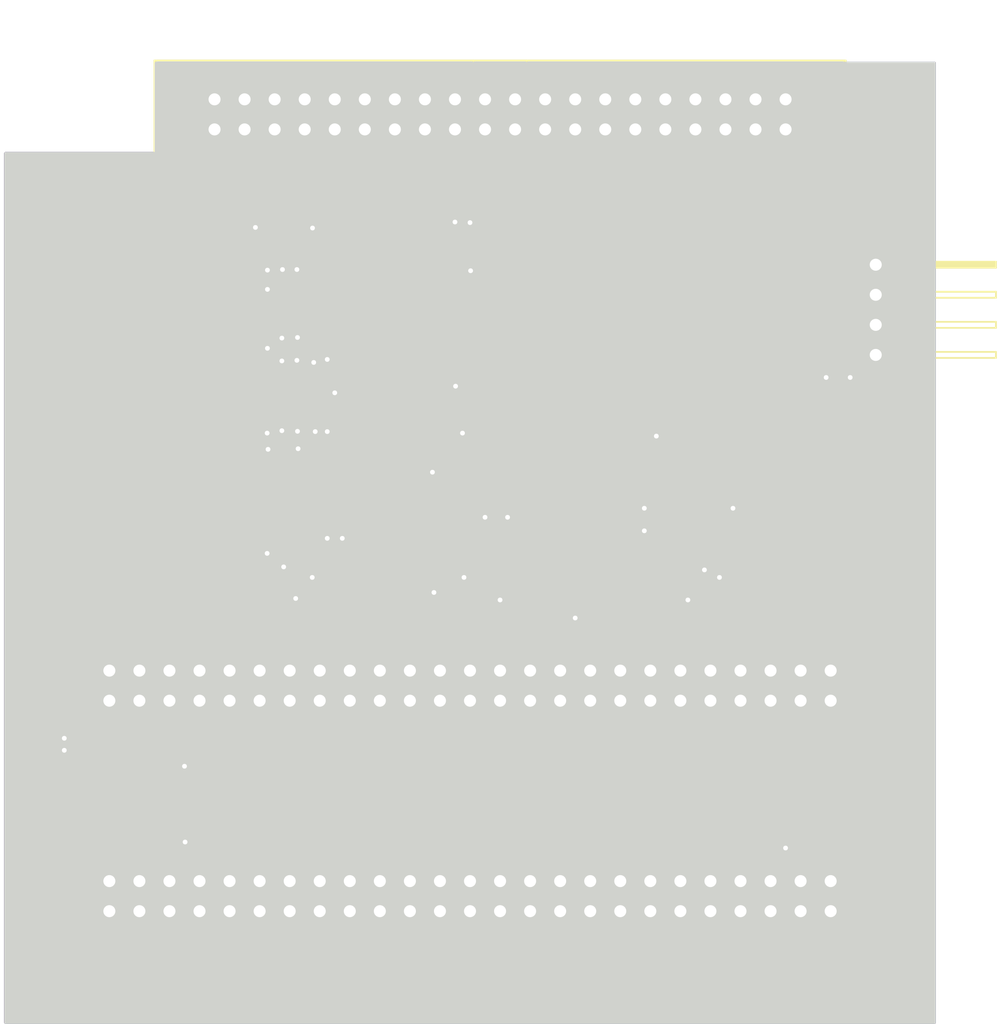
<source format=kicad_pcb>
(kicad_pcb (version 4) (host pcbnew 4.0.2-stable)
  (layers (0 F.Cu signal) (31 B.Cu signal) (34 B.Paste user) (35 F.Paste user) (36 B.SilkS user) (37 F.SilkS user) (38 B.Mask user) (39 F.Mask user) (44 Edge.Cuts user))
  (net 0 "")
  (net 1 /5V)
  (net 2 /RD)
  (net 3 /WR)
  (net 4 GND)
  (net 5 /CLK)
  (net 6 /IORQ)
  (net 7 /CS2)
  (net 8 "Net-(J1-Pad15)")
  (net 9 "Net-(J1-Pad16)")
  (net 10 "Net-(J1-Pad18)")
  (net 11 /MOSI)
  (net 12 /MISO)
  (net 13 "Net-(J1-Pad22)")
  (net 14 /SCLK)
  (net 15 /CE0)
  (net 16 /CE1)
  (net 17 "Net-(J1-Pad27)")
  (net 18 "Net-(J1-Pad28)")
  (net 19 /SLTSL)
  (net 20 /CS1)
  (net 21 "Net-(J1-Pad35)")
  (net 22 /CS12)
  (net 23 "Net-(J1-Pad37)")
  (net 24 "Net-(J1-Pad39)")
  (net 25 "Net-(J1-Pad40)")
  (net 26 "Net-(P1-Pad5)")
  (net 27 "Net-(P1-Pad6)")
  (net 28 /WAIT)
  (net 29 /INT)
  (net 30 "Net-(P1-Pad9)")
  (net 31 /BUSDIR)
  (net 32 /MERQ)
  (net 33 /RST)
  (net 34 "Net-(P1-Pad16)")
  (net 35 /A09)
  (net 36 /A15)
  (net 37 /A11)
  (net 38 /A10)
  (net 39 /A07)
  (net 40 /A06)
  (net 41 /A12)
  (net 42 /A08)
  (net 43 /A14)
  (net 44 /A13)
  (net 45 /A01)
  (net 46 /A00)
  (net 47 /A03)
  (net 48 /A02)
  (net 49 /A05)
  (net 50 /A04)
  (net 51 /D1)
  (net 52 /D0)
  (net 53 /D3)
  (net 54 /D2)
  (net 55 /D5)
  (net 56 /D4)
  (net 57 /D7)
  (net 58 /D6)
  (net 59 "Net-(P1-Pad48)")
  (net 60 "Net-(P1-Pad49)")
  (net 61 "Net-(P1-Pad50)")
  (net 62 "Net-(U1-Pad9)")
  (net 63 "Net-(U1-Pad14)")
  (net 64 VCC)
  (net 65 "Net-(U2-Pad9)")
  (net 66 "Net-(U4-Pad7)")
  (net 67 "Net-(U4-Pad10)")
  (net 68 "Net-(U5-Pad3)")
  (net 69 "Net-(U5-Pad4)")
  (net 70 "Net-(U5-Pad5)")
  (net 71 "Net-(U5-Pad6)")
  (net 72 "Net-(U5-Pad7)")
  (net 73 "Net-(U5-Pad10)")
  (net 74 /STLSL2)
  (net 75 /SLTSL2)
  (net 76 "Net-(P2-Pad5)")
  (net 77 "Net-(P2-Pad6)")
  (net 78 "Net-(P2-Pad9)")
  (net 79 "Net-(P2-Pad16)")
  (net 80 "Net-(P2-Pad48)")
  (net 81 "Net-(P2-Pad49)")
  (net 82 "Net-(P2-Pad50)")
  (net 83 /TXD)
  (net 84 /RXD)
  (net 85 +3V3)
  (net 86 /SLOTSW)
  (net 87 /SLOT1)
  (net 88 /SLOT2)
  (module Connect:IDC_Header_Straight_40pins (layer F.Cu) (at 162.56 77.47 180)
    (fp_text reference J1 (at 24.13 -7.62 180) (layer F.SilkS))
    (fp_text value RPi_GPIO)
    (pad 1 thru_hole rect (at 0 0 180) (size 1.7272 1.7272) (drill 1.016) (layers *.Cu *.Mask F.SilkS) (net 64 VCC))
    (pad 2 thru_hole oval (at 0 -2.54 180) (size 1.7272 1.7272) (drill 1.016) (layers *.Cu *.Mask F.SilkS) (net 1 /5V))
    (pad 3 thru_hole oval (at 2.54 0 180) (size 1.7272 1.7272) (drill 1.016) (layers *.Cu *.Mask F.SilkS) (net 2 /RD))
    (pad 4 thru_hole oval (at 2.54 -2.54 180) (size 1.7272 1.7272) (drill 1.016) (layers *.Cu *.Mask F.SilkS) (net 1 /5V))
    (pad 5 thru_hole oval (at 5.08 0 180) (size 1.7272 1.7272) (drill 1.016) (layers *.Cu *.Mask F.SilkS) (net 3 /WR))
    (pad 6 thru_hole oval (at 5.08 -2.54 180) (size 1.7272 1.7272) (drill 1.016) (layers *.Cu *.Mask F.SilkS) (net 4 GND))
    (pad 7 thru_hole oval (at 7.62 0 180) (size 1.7272 1.7272) (drill 1.016) (layers *.Cu *.Mask F.SilkS) (net 5 /CLK))
    (pad 8 thru_hole oval (at 7.62 -2.54 180) (size 1.7272 1.7272) (drill 1.016) (layers *.Cu *.Mask F.SilkS) (net 83 /TXD))
    (pad 9 thru_hole oval (at 10.16 0 180) (size 1.7272 1.7272) (drill 1.016) (layers *.Cu *.Mask F.SilkS) (net 4 GND))
    (pad 10 thru_hole oval (at 10.16 -2.54 180) (size 1.7272 1.7272) (drill 1.016) (layers *.Cu *.Mask F.SilkS) (net 84 /RXD))
    (pad 11 thru_hole oval (at 12.7 0 180) (size 1.7272 1.7272) (drill 1.016) (layers *.Cu *.Mask F.SilkS) (net 6 /IORQ))
    (pad 12 thru_hole oval (at 12.7 -2.54 180) (size 1.7272 1.7272) (drill 1.016) (layers *.Cu *.Mask F.SilkS) (net 7 /CS2))
    (pad 13 thru_hole oval (at 15.24 0 180) (size 1.7272 1.7272) (drill 1.016) (layers *.Cu *.Mask F.SilkS) (net 86 /SLOTSW))
    (pad 14 thru_hole oval (at 15.24 -2.54 180) (size 1.7272 1.7272) (drill 1.016) (layers *.Cu *.Mask F.SilkS) (net 4 GND))
    (pad 15 thru_hole oval (at 17.78 0 180) (size 1.7272 1.7272) (drill 1.016) (layers *.Cu *.Mask F.SilkS) (net 8 "Net-(J1-Pad15)"))
    (pad 16 thru_hole oval (at 17.78 -2.54 180) (size 1.7272 1.7272) (drill 1.016) (layers *.Cu *.Mask F.SilkS) (net 9 "Net-(J1-Pad16)"))
    (pad 17 thru_hole oval (at 20.32 0 180) (size 1.7272 1.7272) (drill 1.016) (layers *.Cu *.Mask F.SilkS) (net 64 VCC))
    (pad 18 thru_hole oval (at 20.32 -2.54 180) (size 1.7272 1.7272) (drill 1.016) (layers *.Cu *.Mask F.SilkS) (net 10 "Net-(J1-Pad18)"))
    (pad 19 thru_hole oval (at 22.86 0 180) (size 1.7272 1.7272) (drill 1.016) (layers *.Cu *.Mask F.SilkS) (net 11 /MOSI))
    (pad 20 thru_hole oval (at 22.86 -2.54 180) (size 1.7272 1.7272) (drill 1.016) (layers *.Cu *.Mask F.SilkS) (net 4 GND))
    (pad 21 thru_hole oval (at 25.4 0 180) (size 1.7272 1.7272) (drill 1.016) (layers *.Cu *.Mask F.SilkS) (net 12 /MISO))
    (pad 22 thru_hole oval (at 25.4 -2.54 180) (size 1.7272 1.7272) (drill 1.016) (layers *.Cu *.Mask F.SilkS) (net 13 "Net-(J1-Pad22)"))
    (pad 23 thru_hole oval (at 27.94 0 180) (size 1.7272 1.7272) (drill 1.016) (layers *.Cu *.Mask F.SilkS) (net 14 /SCLK))
    (pad 24 thru_hole oval (at 27.94 -2.54 180) (size 1.7272 1.7272) (drill 1.016) (layers *.Cu *.Mask F.SilkS) (net 15 /CE0))
    (pad 25 thru_hole oval (at 30.48 0 180) (size 1.7272 1.7272) (drill 1.016) (layers *.Cu *.Mask F.SilkS) (net 4 GND))
    (pad 26 thru_hole oval (at 30.48 -2.54 180) (size 1.7272 1.7272) (drill 1.016) (layers *.Cu *.Mask F.SilkS) (net 16 /CE1))
    (pad 27 thru_hole oval (at 33.02 0 180) (size 1.7272 1.7272) (drill 1.016) (layers *.Cu *.Mask F.SilkS) (net 17 "Net-(J1-Pad27)"))
    (pad 28 thru_hole oval (at 33.02 -2.54 180) (size 1.7272 1.7272) (drill 1.016) (layers *.Cu *.Mask F.SilkS) (net 18 "Net-(J1-Pad28)"))
    (pad 29 thru_hole oval (at 35.56 0 180) (size 1.7272 1.7272) (drill 1.016) (layers *.Cu *.Mask F.SilkS) (net 87 /SLOT1))
    (pad 30 thru_hole oval (at 35.56 -2.54 180) (size 1.7272 1.7272) (drill 1.016) (layers *.Cu *.Mask F.SilkS) (net 4 GND))
    (pad 31 thru_hole oval (at 38.1 0 180) (size 1.7272 1.7272) (drill 1.016) (layers *.Cu *.Mask F.SilkS) (net 88 /SLOT2))
    (pad 32 thru_hole oval (at 38.1 -2.54 180) (size 1.7272 1.7272) (drill 1.016) (layers *.Cu *.Mask F.SilkS) (net 19 /SLTSL))
    (pad 33 thru_hole oval (at 40.64 0 180) (size 1.7272 1.7272) (drill 1.016) (layers *.Cu *.Mask F.SilkS) (net 20 /CS1))
    (pad 34 thru_hole oval (at 40.64 -2.54 180) (size 1.7272 1.7272) (drill 1.016) (layers *.Cu *.Mask F.SilkS) (net 4 GND))
    (pad 35 thru_hole oval (at 43.18 0 180) (size 1.7272 1.7272) (drill 1.016) (layers *.Cu *.Mask F.SilkS) (net 21 "Net-(J1-Pad35)"))
    (pad 36 thru_hole oval (at 43.18 -2.54 180) (size 1.7272 1.7272) (drill 1.016) (layers *.Cu *.Mask F.SilkS) (net 22 /CS12))
    (pad 37 thru_hole oval (at 45.72 0 180) (size 1.7272 1.7272) (drill 1.016) (layers *.Cu *.Mask F.SilkS) (net 23 "Net-(J1-Pad37)"))
    (pad 38 thru_hole oval (at 45.72 -2.54 180) (size 1.7272 1.7272) (drill 1.016) (layers *.Cu *.Mask F.SilkS) (net 74 /STLSL2))
    (pad 39 thru_hole oval (at 48.26 0 180) (size 1.7272 1.7272) (drill 1.016) (layers *.Cu *.Mask F.SilkS) (net 24 "Net-(J1-Pad39)"))
    (pad 40 thru_hole oval (at 48.26 -2.54 180) (size 1.7272 1.7272) (drill 1.016) (layers *.Cu *.Mask F.SilkS) (net 25 "Net-(J1-Pad40)"))
  )
  (module Pin_Headers:Pin_Header_Straight_2x25 (layer F.Cu) (at 166.37 143.51 270)
    (fp_text reference P1 (at 0 -5.1 270) (layer F.SilkS))
    (fp_text value "SLOT 1")
    (pad 1 thru_hole rect (at 0 0 270) (size 1.7272 1.7272) (drill 1.016) (layers *.Cu *.Mask F.SilkS) (net 20 /CS1))
    (pad 2 thru_hole oval (at 2.54 0 270) (size 1.7272 1.7272) (drill 1.016) (layers *.Cu *.Mask F.SilkS) (net 7 /CS2))
    (pad 3 thru_hole oval (at 0 2.54 270) (size 1.7272 1.7272) (drill 1.016) (layers *.Cu *.Mask F.SilkS) (net 22 /CS12))
    (pad 4 thru_hole oval (at 2.54 2.54 270) (size 1.7272 1.7272) (drill 1.016) (layers *.Cu *.Mask F.SilkS) (net 19 /SLTSL))
    (pad 5 thru_hole oval (at 0 5.08 270) (size 1.7272 1.7272) (drill 1.016) (layers *.Cu *.Mask F.SilkS) (net 26 "Net-(P1-Pad5)"))
    (pad 6 thru_hole oval (at 2.54 5.08 270) (size 1.7272 1.7272) (drill 1.016) (layers *.Cu *.Mask F.SilkS) (net 27 "Net-(P1-Pad6)"))
    (pad 7 thru_hole oval (at 0 7.62 270) (size 1.7272 1.7272) (drill 1.016) (layers *.Cu *.Mask F.SilkS) (net 28 /WAIT))
    (pad 8 thru_hole oval (at 2.54 7.62 270) (size 1.7272 1.7272) (drill 1.016) (layers *.Cu *.Mask F.SilkS) (net 29 /INT))
    (pad 9 thru_hole oval (at 0 10.16 270) (size 1.7272 1.7272) (drill 1.016) (layers *.Cu *.Mask F.SilkS) (net 30 "Net-(P1-Pad9)"))
    (pad 10 thru_hole oval (at 2.54 10.16 270) (size 1.7272 1.7272) (drill 1.016) (layers *.Cu *.Mask F.SilkS) (net 31 /BUSDIR))
    (pad 11 thru_hole oval (at 0 12.7 270) (size 1.7272 1.7272) (drill 1.016) (layers *.Cu *.Mask F.SilkS) (net 6 /IORQ))
    (pad 12 thru_hole oval (at 2.54 12.7 270) (size 1.7272 1.7272) (drill 1.016) (layers *.Cu *.Mask F.SilkS) (net 32 /MERQ))
    (pad 13 thru_hole oval (at 0 15.24 270) (size 1.7272 1.7272) (drill 1.016) (layers *.Cu *.Mask F.SilkS) (net 3 /WR))
    (pad 14 thru_hole oval (at 2.54 15.24 270) (size 1.7272 1.7272) (drill 1.016) (layers *.Cu *.Mask F.SilkS) (net 2 /RD))
    (pad 15 thru_hole oval (at 0 17.78 270) (size 1.7272 1.7272) (drill 1.016) (layers *.Cu *.Mask F.SilkS) (net 33 /RST))
    (pad 16 thru_hole oval (at 2.54 17.78 270) (size 1.7272 1.7272) (drill 1.016) (layers *.Cu *.Mask F.SilkS) (net 34 "Net-(P1-Pad16)"))
    (pad 17 thru_hole oval (at 0 20.32 270) (size 1.7272 1.7272) (drill 1.016) (layers *.Cu *.Mask F.SilkS) (net 35 /A09))
    (pad 18 thru_hole oval (at 2.54 20.32 270) (size 1.7272 1.7272) (drill 1.016) (layers *.Cu *.Mask F.SilkS) (net 36 /A15))
    (pad 19 thru_hole oval (at 0 22.86 270) (size 1.7272 1.7272) (drill 1.016) (layers *.Cu *.Mask F.SilkS) (net 37 /A11))
    (pad 20 thru_hole oval (at 2.54 22.86 270) (size 1.7272 1.7272) (drill 1.016) (layers *.Cu *.Mask F.SilkS) (net 38 /A10))
    (pad 21 thru_hole oval (at 0 25.4 270) (size 1.7272 1.7272) (drill 1.016) (layers *.Cu *.Mask F.SilkS) (net 39 /A07))
    (pad 22 thru_hole oval (at 2.54 25.4 270) (size 1.7272 1.7272) (drill 1.016) (layers *.Cu *.Mask F.SilkS) (net 40 /A06))
    (pad 23 thru_hole oval (at 0 27.94 270) (size 1.7272 1.7272) (drill 1.016) (layers *.Cu *.Mask F.SilkS) (net 41 /A12))
    (pad 24 thru_hole oval (at 2.54 27.94 270) (size 1.7272 1.7272) (drill 1.016) (layers *.Cu *.Mask F.SilkS) (net 42 /A08))
    (pad 25 thru_hole oval (at 0 30.48 270) (size 1.7272 1.7272) (drill 1.016) (layers *.Cu *.Mask F.SilkS) (net 43 /A14))
    (pad 26 thru_hole oval (at 2.54 30.48 270) (size 1.7272 1.7272) (drill 1.016) (layers *.Cu *.Mask F.SilkS) (net 44 /A13))
    (pad 27 thru_hole oval (at 0 33.02 270) (size 1.7272 1.7272) (drill 1.016) (layers *.Cu *.Mask F.SilkS) (net 45 /A01))
    (pad 28 thru_hole oval (at 2.54 33.02 270) (size 1.7272 1.7272) (drill 1.016) (layers *.Cu *.Mask F.SilkS) (net 46 /A00))
    (pad 29 thru_hole oval (at 0 35.56 270) (size 1.7272 1.7272) (drill 1.016) (layers *.Cu *.Mask F.SilkS) (net 47 /A03))
    (pad 30 thru_hole oval (at 2.54 35.56 270) (size 1.7272 1.7272) (drill 1.016) (layers *.Cu *.Mask F.SilkS) (net 48 /A02))
    (pad 31 thru_hole oval (at 0 38.1 270) (size 1.7272 1.7272) (drill 1.016) (layers *.Cu *.Mask F.SilkS) (net 49 /A05))
    (pad 32 thru_hole oval (at 2.54 38.1 270) (size 1.7272 1.7272) (drill 1.016) (layers *.Cu *.Mask F.SilkS) (net 50 /A04))
    (pad 33 thru_hole oval (at 0 40.64 270) (size 1.7272 1.7272) (drill 1.016) (layers *.Cu *.Mask F.SilkS) (net 51 /D1))
    (pad 34 thru_hole oval (at 2.54 40.64 270) (size 1.7272 1.7272) (drill 1.016) (layers *.Cu *.Mask F.SilkS) (net 52 /D0))
    (pad 35 thru_hole oval (at 0 43.18 270) (size 1.7272 1.7272) (drill 1.016) (layers *.Cu *.Mask F.SilkS) (net 53 /D3))
    (pad 36 thru_hole oval (at 2.54 43.18 270) (size 1.7272 1.7272) (drill 1.016) (layers *.Cu *.Mask F.SilkS) (net 54 /D2))
    (pad 37 thru_hole oval (at 0 45.72 270) (size 1.7272 1.7272) (drill 1.016) (layers *.Cu *.Mask F.SilkS) (net 55 /D5))
    (pad 38 thru_hole oval (at 2.54 45.72 270) (size 1.7272 1.7272) (drill 1.016) (layers *.Cu *.Mask F.SilkS) (net 56 /D4))
    (pad 39 thru_hole oval (at 0 48.26 270) (size 1.7272 1.7272) (drill 1.016) (layers *.Cu *.Mask F.SilkS) (net 57 /D7))
    (pad 40 thru_hole oval (at 2.54 48.26 270) (size 1.7272 1.7272) (drill 1.016) (layers *.Cu *.Mask F.SilkS) (net 58 /D6))
    (pad 41 thru_hole oval (at 0 50.8 270) (size 1.7272 1.7272) (drill 1.016) (layers *.Cu *.Mask F.SilkS) (net 4 GND))
    (pad 42 thru_hole oval (at 2.54 50.8 270) (size 1.7272 1.7272) (drill 1.016) (layers *.Cu *.Mask F.SilkS) (net 5 /CLK))
    (pad 43 thru_hole oval (at 0 53.34 270) (size 1.7272 1.7272) (drill 1.016) (layers *.Cu *.Mask F.SilkS) (net 4 GND))
    (pad 44 thru_hole oval (at 2.54 53.34 270) (size 1.7272 1.7272) (drill 1.016) (layers *.Cu *.Mask F.SilkS) (net 87 /SLOT1))
    (pad 45 thru_hole oval (at 0 55.88 270) (size 1.7272 1.7272) (drill 1.016) (layers *.Cu *.Mask F.SilkS) (net 1 /5V))
    (pad 46 thru_hole oval (at 2.54 55.88 270) (size 1.7272 1.7272) (drill 1.016) (layers *.Cu *.Mask F.SilkS) (net 86 /SLOTSW))
    (pad 47 thru_hole oval (at 0 58.42 270) (size 1.7272 1.7272) (drill 1.016) (layers *.Cu *.Mask F.SilkS) (net 1 /5V))
    (pad 48 thru_hole oval (at 2.54 58.42 270) (size 1.7272 1.7272) (drill 1.016) (layers *.Cu *.Mask F.SilkS) (net 59 "Net-(P1-Pad48)"))
    (pad 49 thru_hole oval (at 0 60.96 270) (size 1.7272 1.7272) (drill 1.016) (layers *.Cu *.Mask F.SilkS) (net 60 "Net-(P1-Pad49)"))
    (pad 50 thru_hole oval (at 2.54 60.96 270) (size 1.7272 1.7272) (drill 1.016) (layers *.Cu *.Mask F.SilkS) (net 61 "Net-(P1-Pad50)"))
  )
  (module Housings_SOIC:SOIC-16_3.9x9.9mm_Pitch1.27mm (layer F.Cu) (at 121.92 106.68 90)
    (fp_text reference U1 (at 0 -6 90) (layer F.SilkS))
    (fp_text value 74LS595)
    (pad 1 smd rect (at -2.7 -4.445 90) (size 1.5 0.6) (layers F.Cu F.Paste F.Mask) (net 51 /D1))
    (pad 2 smd rect (at -2.7 -3.175 90) (size 1.5 0.6) (layers F.Cu F.Paste F.Mask) (net 54 /D2))
    (pad 3 smd rect (at -2.7 -1.905 90) (size 1.5 0.6) (layers F.Cu F.Paste F.Mask) (net 53 /D3))
    (pad 4 smd rect (at -2.7 -0.635 90) (size 1.5 0.6) (layers F.Cu F.Paste F.Mask) (net 56 /D4))
    (pad 5 smd rect (at -2.7 0.635 90) (size 1.5 0.6) (layers F.Cu F.Paste F.Mask) (net 55 /D5))
    (pad 6 smd rect (at -2.7 1.905 90) (size 1.5 0.6) (layers F.Cu F.Paste F.Mask) (net 58 /D6))
    (pad 7 smd rect (at -2.7 3.175 90) (size 1.5 0.6) (layers F.Cu F.Paste F.Mask) (net 57 /D7))
    (pad 8 smd rect (at -2.7 4.445 90) (size 1.5 0.6) (layers F.Cu F.Paste F.Mask) (net 4 GND))
    (pad 9 smd rect (at 2.7 4.445 90) (size 1.5 0.6) (layers F.Cu F.Paste F.Mask) (net 62 "Net-(U1-Pad9)"))
    (pad 10 smd rect (at 2.7 3.175 90) (size 1.5 0.6) (layers F.Cu F.Paste F.Mask) (net 64 VCC))
    (pad 11 smd rect (at 2.7 1.905 90) (size 1.5 0.6) (layers F.Cu F.Paste F.Mask) (net 14 /SCLK))
    (pad 12 smd rect (at 2.7 0.635 90) (size 1.5 0.6) (layers F.Cu F.Paste F.Mask) (net 15 /CE0))
    (pad 13 smd rect (at 2.7 -0.635 90) (size 1.5 0.6) (layers F.Cu F.Paste F.Mask) (net 3 /WR))
    (pad 14 smd rect (at 2.7 -1.905 90) (size 1.5 0.6) (layers F.Cu F.Paste F.Mask) (net 63 "Net-(U1-Pad14)"))
    (pad 15 smd rect (at 2.7 -3.175 90) (size 1.5 0.6) (layers F.Cu F.Paste F.Mask) (net 52 /D0))
    (pad 16 smd rect (at 2.7 -4.445 90) (size 1.5 0.6) (layers F.Cu F.Paste F.Mask) (net 64 VCC))
  )
  (module Housings_SOIC:SOIC-16_3.9x9.9mm_Pitch1.27mm (layer F.Cu) (at 138.43 106.68 90)
    (fp_text reference U2 (at 0 -6 90) (layer F.SilkS))
    (fp_text value 74LS595)
    (pad 1 smd rect (at -2.7 -4.445 90) (size 1.5 0.6) (layers F.Cu F.Paste F.Mask) (net 45 /A01))
    (pad 2 smd rect (at -2.7 -3.175 90) (size 1.5 0.6) (layers F.Cu F.Paste F.Mask) (net 48 /A02))
    (pad 3 smd rect (at -2.7 -1.905 90) (size 1.5 0.6) (layers F.Cu F.Paste F.Mask) (net 47 /A03))
    (pad 4 smd rect (at -2.7 -0.635 90) (size 1.5 0.6) (layers F.Cu F.Paste F.Mask) (net 50 /A04))
    (pad 5 smd rect (at -2.7 0.635 90) (size 1.5 0.6) (layers F.Cu F.Paste F.Mask) (net 49 /A05))
    (pad 6 smd rect (at -2.7 1.905 90) (size 1.5 0.6) (layers F.Cu F.Paste F.Mask) (net 40 /A06))
    (pad 7 smd rect (at -2.7 3.175 90) (size 1.5 0.6) (layers F.Cu F.Paste F.Mask) (net 39 /A07))
    (pad 8 smd rect (at -2.7 4.445 90) (size 1.5 0.6) (layers F.Cu F.Paste F.Mask) (net 4 GND))
    (pad 9 smd rect (at 2.7 4.445 90) (size 1.5 0.6) (layers F.Cu F.Paste F.Mask) (net 65 "Net-(U2-Pad9)"))
    (pad 10 smd rect (at 2.7 3.175 90) (size 1.5 0.6) (layers F.Cu F.Paste F.Mask) (net 64 VCC))
    (pad 11 smd rect (at 2.7 1.905 90) (size 1.5 0.6) (layers F.Cu F.Paste F.Mask) (net 14 /SCLK))
    (pad 12 smd rect (at 2.7 0.635 90) (size 1.5 0.6) (layers F.Cu F.Paste F.Mask) (net 15 /CE0))
    (pad 13 smd rect (at 2.7 -0.635 90) (size 1.5 0.6) (layers F.Cu F.Paste F.Mask) (net 4 GND))
    (pad 14 smd rect (at 2.7 -1.905 90) (size 1.5 0.6) (layers F.Cu F.Paste F.Mask) (net 11 /MOSI))
    (pad 15 smd rect (at 2.7 -3.175 90) (size 1.5 0.6) (layers F.Cu F.Paste F.Mask) (net 46 /A00))
    (pad 16 smd rect (at 2.7 -4.445 90) (size 1.5 0.6) (layers F.Cu F.Paste F.Mask) (net 64 VCC))
  )
  (module Housings_SOIC:SOIC-16_3.9x9.9mm_Pitch1.27mm (layer F.Cu) (at 154.94 106.68 90)
    (fp_text reference U3 (at 0 -6 90) (layer F.SilkS))
    (fp_text value 74LS595)
    (pad 1 smd rect (at -2.7 -4.445 90) (size 1.5 0.6) (layers F.Cu F.Paste F.Mask) (net 35 /A09))
    (pad 2 smd rect (at -2.7 -3.175 90) (size 1.5 0.6) (layers F.Cu F.Paste F.Mask) (net 38 /A10))
    (pad 3 smd rect (at -2.7 -1.905 90) (size 1.5 0.6) (layers F.Cu F.Paste F.Mask) (net 37 /A11))
    (pad 4 smd rect (at -2.7 -0.635 90) (size 1.5 0.6) (layers F.Cu F.Paste F.Mask) (net 41 /A12))
    (pad 5 smd rect (at -2.7 0.635 90) (size 1.5 0.6) (layers F.Cu F.Paste F.Mask) (net 44 /A13))
    (pad 6 smd rect (at -2.7 1.905 90) (size 1.5 0.6) (layers F.Cu F.Paste F.Mask) (net 43 /A14))
    (pad 7 smd rect (at -2.7 3.175 90) (size 1.5 0.6) (layers F.Cu F.Paste F.Mask) (net 36 /A15))
    (pad 8 smd rect (at -2.7 4.445 90) (size 1.5 0.6) (layers F.Cu F.Paste F.Mask) (net 4 GND))
    (pad 9 smd rect (at 2.7 4.445 90) (size 1.5 0.6) (layers F.Cu F.Paste F.Mask) (net 63 "Net-(U1-Pad14)"))
    (pad 10 smd rect (at 2.7 3.175 90) (size 1.5 0.6) (layers F.Cu F.Paste F.Mask) (net 64 VCC))
    (pad 11 smd rect (at 2.7 1.905 90) (size 1.5 0.6) (layers F.Cu F.Paste F.Mask) (net 14 /SCLK))
    (pad 12 smd rect (at 2.7 0.635 90) (size 1.5 0.6) (layers F.Cu F.Paste F.Mask) (net 15 /CE0))
    (pad 13 smd rect (at 2.7 -0.635 90) (size 1.5 0.6) (layers F.Cu F.Paste F.Mask) (net 4 GND))
    (pad 14 smd rect (at 2.7 -1.905 90) (size 1.5 0.6) (layers F.Cu F.Paste F.Mask) (net 65 "Net-(U2-Pad9)"))
    (pad 15 smd rect (at 2.7 -3.175 90) (size 1.5 0.6) (layers F.Cu F.Paste F.Mask) (net 42 /A08))
    (pad 16 smd rect (at 2.7 -4.445 90) (size 1.5 0.6) (layers F.Cu F.Paste F.Mask) (net 64 VCC))
  )
  (module Housings_SOIC:SOIC-16_3.9x9.9mm_Pitch1.27mm (layer F.Cu) (at 121.92 92.71 90)
    (fp_text reference U4 (at 0 -6 90) (layer F.SilkS))
    (fp_text value 74LS165)
    (pad 1 smd rect (at -2.7 -4.445 90) (size 1.5 0.6) (layers F.Cu F.Paste F.Mask) (net 16 /CE1))
    (pad 2 smd rect (at -2.7 -3.175 90) (size 1.5 0.6) (layers F.Cu F.Paste F.Mask) (net 14 /SCLK))
    (pad 3 smd rect (at -2.7 -1.905 90) (size 1.5 0.6) (layers F.Cu F.Paste F.Mask) (net 56 /D4))
    (pad 4 smd rect (at -2.7 -0.635 90) (size 1.5 0.6) (layers F.Cu F.Paste F.Mask) (net 55 /D5))
    (pad 5 smd rect (at -2.7 0.635 90) (size 1.5 0.6) (layers F.Cu F.Paste F.Mask) (net 58 /D6))
    (pad 6 smd rect (at -2.7 1.905 90) (size 1.5 0.6) (layers F.Cu F.Paste F.Mask) (net 57 /D7))
    (pad 7 smd rect (at -2.7 3.175 90) (size 1.5 0.6) (layers F.Cu F.Paste F.Mask) (net 66 "Net-(U4-Pad7)"))
    (pad 8 smd rect (at -2.7 4.445 90) (size 1.5 0.6) (layers F.Cu F.Paste F.Mask) (net 4 GND))
    (pad 9 smd rect (at 2.7 4.445 90) (size 1.5 0.6) (layers F.Cu F.Paste F.Mask) (net 12 /MISO))
    (pad 10 smd rect (at 2.7 3.175 90) (size 1.5 0.6) (layers F.Cu F.Paste F.Mask) (net 67 "Net-(U4-Pad10)"))
    (pad 11 smd rect (at 2.7 1.905 90) (size 1.5 0.6) (layers F.Cu F.Paste F.Mask) (net 52 /D0))
    (pad 12 smd rect (at 2.7 0.635 90) (size 1.5 0.6) (layers F.Cu F.Paste F.Mask) (net 51 /D1))
    (pad 13 smd rect (at 2.7 -0.635 90) (size 1.5 0.6) (layers F.Cu F.Paste F.Mask) (net 54 /D2))
    (pad 14 smd rect (at 2.7 -1.905 90) (size 1.5 0.6) (layers F.Cu F.Paste F.Mask) (net 53 /D3))
    (pad 15 smd rect (at 2.7 -3.175 90) (size 1.5 0.6) (layers F.Cu F.Paste F.Mask) (net 16 /CE1))
    (pad 16 smd rect (at 2.7 -4.445 90) (size 1.5 0.6) (layers F.Cu F.Paste F.Mask) (net 64 VCC))
  )
  (module Housings_SOIC:SOIC-16_3.9x9.9mm_Pitch1.27mm (layer F.Cu) (at 154.94 92.71 90)
    (fp_text reference U5 (at 0 -6 90) (layer F.SilkS))
    (fp_text value 74LS165)
    (pad 1 smd rect (at -2.7 -4.445 90) (size 1.5 0.6) (layers F.Cu F.Paste F.Mask) (net 16 /CE1))
    (pad 2 smd rect (at -2.7 -3.175 90) (size 1.5 0.6) (layers F.Cu F.Paste F.Mask) (net 14 /SCLK))
    (pad 3 smd rect (at -2.7 -1.905 90) (size 1.5 0.6) (layers F.Cu F.Paste F.Mask) (net 68 "Net-(U5-Pad3)"))
    (pad 4 smd rect (at -2.7 -0.635 90) (size 1.5 0.6) (layers F.Cu F.Paste F.Mask) (net 69 "Net-(U5-Pad4)"))
    (pad 5 smd rect (at -2.7 0.635 90) (size 1.5 0.6) (layers F.Cu F.Paste F.Mask) (net 70 "Net-(U5-Pad5)"))
    (pad 6 smd rect (at -2.7 1.905 90) (size 1.5 0.6) (layers F.Cu F.Paste F.Mask) (net 71 "Net-(U5-Pad6)"))
    (pad 7 smd rect (at -2.7 3.175 90) (size 1.5 0.6) (layers F.Cu F.Paste F.Mask) (net 72 "Net-(U5-Pad7)"))
    (pad 8 smd rect (at -2.7 4.445 90) (size 1.5 0.6) (layers F.Cu F.Paste F.Mask) (net 4 GND))
    (pad 9 smd rect (at 2.7 4.445 90) (size 1.5 0.6) (layers F.Cu F.Paste F.Mask) (net 67 "Net-(U4-Pad10)"))
    (pad 10 smd rect (at 2.7 3.175 90) (size 1.5 0.6) (layers F.Cu F.Paste F.Mask) (net 73 "Net-(U5-Pad10)"))
    (pad 11 smd rect (at 2.7 1.905 90) (size 1.5 0.6) (layers F.Cu F.Paste F.Mask) (net 28 /WAIT))
    (pad 12 smd rect (at 2.7 0.635 90) (size 1.5 0.6) (layers F.Cu F.Paste F.Mask) (net 29 /INT))
    (pad 13 smd rect (at 2.7 -0.635 90) (size 1.5 0.6) (layers F.Cu F.Paste F.Mask) (net 31 /BUSDIR))
    (pad 14 smd rect (at 2.7 -1.905 90) (size 1.5 0.6) (layers F.Cu F.Paste F.Mask) (net 33 /RST))
    (pad 15 smd rect (at 2.7 -3.175 90) (size 1.5 0.6) (layers F.Cu F.Paste F.Mask) (net 16 /CE1))
    (pad 16 smd rect (at 2.7 -4.445 90) (size 1.5 0.6) (layers F.Cu F.Paste F.Mask) (net 64 VCC))
  )
  (module Pin_Headers:Pin_Header_Straight_2x25 (layer F.Cu) (at 166.37 125.73 270)
    (fp_text reference P2 (at 0 -5.1 270) (layer F.SilkS))
    (fp_text value "SLOT 2")
    (pad 1 thru_hole rect (at 0 0 270) (size 1.7272 1.7272) (drill 1.016) (layers *.Cu *.Mask F.SilkS) (net 20 /CS1))
    (pad 2 thru_hole oval (at 2.54 0 270) (size 1.7272 1.7272) (drill 1.016) (layers *.Cu *.Mask F.SilkS) (net 7 /CS2))
    (pad 3 thru_hole oval (at 0 2.54 270) (size 1.7272 1.7272) (drill 1.016) (layers *.Cu *.Mask F.SilkS) (net 22 /CS12))
    (pad 4 thru_hole oval (at 2.54 2.54 270) (size 1.7272 1.7272) (drill 1.016) (layers *.Cu *.Mask F.SilkS) (net 75 /SLTSL2))
    (pad 5 thru_hole oval (at 0 5.08 270) (size 1.7272 1.7272) (drill 1.016) (layers *.Cu *.Mask F.SilkS) (net 76 "Net-(P2-Pad5)"))
    (pad 6 thru_hole oval (at 2.54 5.08 270) (size 1.7272 1.7272) (drill 1.016) (layers *.Cu *.Mask F.SilkS) (net 77 "Net-(P2-Pad6)"))
    (pad 7 thru_hole oval (at 0 7.62 270) (size 1.7272 1.7272) (drill 1.016) (layers *.Cu *.Mask F.SilkS) (net 28 /WAIT))
    (pad 8 thru_hole oval (at 2.54 7.62 270) (size 1.7272 1.7272) (drill 1.016) (layers *.Cu *.Mask F.SilkS) (net 29 /INT))
    (pad 9 thru_hole oval (at 0 10.16 270) (size 1.7272 1.7272) (drill 1.016) (layers *.Cu *.Mask F.SilkS) (net 78 "Net-(P2-Pad9)"))
    (pad 10 thru_hole oval (at 2.54 10.16 270) (size 1.7272 1.7272) (drill 1.016) (layers *.Cu *.Mask F.SilkS) (net 31 /BUSDIR))
    (pad 11 thru_hole oval (at 0 12.7 270) (size 1.7272 1.7272) (drill 1.016) (layers *.Cu *.Mask F.SilkS) (net 6 /IORQ))
    (pad 12 thru_hole oval (at 2.54 12.7 270) (size 1.7272 1.7272) (drill 1.016) (layers *.Cu *.Mask F.SilkS) (net 32 /MERQ))
    (pad 13 thru_hole oval (at 0 15.24 270) (size 1.7272 1.7272) (drill 1.016) (layers *.Cu *.Mask F.SilkS) (net 3 /WR))
    (pad 14 thru_hole oval (at 2.54 15.24 270) (size 1.7272 1.7272) (drill 1.016) (layers *.Cu *.Mask F.SilkS) (net 2 /RD))
    (pad 15 thru_hole oval (at 0 17.78 270) (size 1.7272 1.7272) (drill 1.016) (layers *.Cu *.Mask F.SilkS) (net 33 /RST))
    (pad 16 thru_hole oval (at 2.54 17.78 270) (size 1.7272 1.7272) (drill 1.016) (layers *.Cu *.Mask F.SilkS) (net 79 "Net-(P2-Pad16)"))
    (pad 17 thru_hole oval (at 0 20.32 270) (size 1.7272 1.7272) (drill 1.016) (layers *.Cu *.Mask F.SilkS) (net 35 /A09))
    (pad 18 thru_hole oval (at 2.54 20.32 270) (size 1.7272 1.7272) (drill 1.016) (layers *.Cu *.Mask F.SilkS) (net 36 /A15))
    (pad 19 thru_hole oval (at 0 22.86 270) (size 1.7272 1.7272) (drill 1.016) (layers *.Cu *.Mask F.SilkS) (net 37 /A11))
    (pad 20 thru_hole oval (at 2.54 22.86 270) (size 1.7272 1.7272) (drill 1.016) (layers *.Cu *.Mask F.SilkS) (net 38 /A10))
    (pad 21 thru_hole oval (at 0 25.4 270) (size 1.7272 1.7272) (drill 1.016) (layers *.Cu *.Mask F.SilkS) (net 39 /A07))
    (pad 22 thru_hole oval (at 2.54 25.4 270) (size 1.7272 1.7272) (drill 1.016) (layers *.Cu *.Mask F.SilkS) (net 40 /A06))
    (pad 23 thru_hole oval (at 0 27.94 270) (size 1.7272 1.7272) (drill 1.016) (layers *.Cu *.Mask F.SilkS) (net 41 /A12))
    (pad 24 thru_hole oval (at 2.54 27.94 270) (size 1.7272 1.7272) (drill 1.016) (layers *.Cu *.Mask F.SilkS) (net 42 /A08))
    (pad 25 thru_hole oval (at 0 30.48 270) (size 1.7272 1.7272) (drill 1.016) (layers *.Cu *.Mask F.SilkS) (net 43 /A14))
    (pad 26 thru_hole oval (at 2.54 30.48 270) (size 1.7272 1.7272) (drill 1.016) (layers *.Cu *.Mask F.SilkS) (net 44 /A13))
    (pad 27 thru_hole oval (at 0 33.02 270) (size 1.7272 1.7272) (drill 1.016) (layers *.Cu *.Mask F.SilkS) (net 45 /A01))
    (pad 28 thru_hole oval (at 2.54 33.02 270) (size 1.7272 1.7272) (drill 1.016) (layers *.Cu *.Mask F.SilkS) (net 46 /A00))
    (pad 29 thru_hole oval (at 0 35.56 270) (size 1.7272 1.7272) (drill 1.016) (layers *.Cu *.Mask F.SilkS) (net 47 /A03))
    (pad 30 thru_hole oval (at 2.54 35.56 270) (size 1.7272 1.7272) (drill 1.016) (layers *.Cu *.Mask F.SilkS) (net 48 /A02))
    (pad 31 thru_hole oval (at 0 38.1 270) (size 1.7272 1.7272) (drill 1.016) (layers *.Cu *.Mask F.SilkS) (net 49 /A05))
    (pad 32 thru_hole oval (at 2.54 38.1 270) (size 1.7272 1.7272) (drill 1.016) (layers *.Cu *.Mask F.SilkS) (net 50 /A04))
    (pad 33 thru_hole oval (at 0 40.64 270) (size 1.7272 1.7272) (drill 1.016) (layers *.Cu *.Mask F.SilkS) (net 51 /D1))
    (pad 34 thru_hole oval (at 2.54 40.64 270) (size 1.7272 1.7272) (drill 1.016) (layers *.Cu *.Mask F.SilkS) (net 52 /D0))
    (pad 35 thru_hole oval (at 0 43.18 270) (size 1.7272 1.7272) (drill 1.016) (layers *.Cu *.Mask F.SilkS) (net 53 /D3))
    (pad 36 thru_hole oval (at 2.54 43.18 270) (size 1.7272 1.7272) (drill 1.016) (layers *.Cu *.Mask F.SilkS) (net 54 /D2))
    (pad 37 thru_hole oval (at 0 45.72 270) (size 1.7272 1.7272) (drill 1.016) (layers *.Cu *.Mask F.SilkS) (net 55 /D5))
    (pad 38 thru_hole oval (at 2.54 45.72 270) (size 1.7272 1.7272) (drill 1.016) (layers *.Cu *.Mask F.SilkS) (net 56 /D4))
    (pad 39 thru_hole oval (at 0 48.26 270) (size 1.7272 1.7272) (drill 1.016) (layers *.Cu *.Mask F.SilkS) (net 57 /D7))
    (pad 40 thru_hole oval (at 2.54 48.26 270) (size 1.7272 1.7272) (drill 1.016) (layers *.Cu *.Mask F.SilkS) (net 58 /D6))
    (pad 41 thru_hole oval (at 0 50.8 270) (size 1.7272 1.7272) (drill 1.016) (layers *.Cu *.Mask F.SilkS) (net 4 GND))
    (pad 42 thru_hole oval (at 2.54 50.8 270) (size 1.7272 1.7272) (drill 1.016) (layers *.Cu *.Mask F.SilkS) (net 5 /CLK))
    (pad 43 thru_hole oval (at 0 53.34 270) (size 1.7272 1.7272) (drill 1.016) (layers *.Cu *.Mask F.SilkS) (net 4 GND))
    (pad 44 thru_hole oval (at 2.54 53.34 270) (size 1.7272 1.7272) (drill 1.016) (layers *.Cu *.Mask F.SilkS) (net 88 /SLOT2))
    (pad 45 thru_hole oval (at 0 55.88 270) (size 1.7272 1.7272) (drill 1.016) (layers *.Cu *.Mask F.SilkS) (net 1 /5V))
    (pad 46 thru_hole oval (at 2.54 55.88 270) (size 1.7272 1.7272) (drill 1.016) (layers *.Cu *.Mask F.SilkS) (net 86 /SLOTSW))
    (pad 47 thru_hole oval (at 0 58.42 270) (size 1.7272 1.7272) (drill 1.016) (layers *.Cu *.Mask F.SilkS) (net 1 /5V))
    (pad 48 thru_hole oval (at 2.54 58.42 270) (size 1.7272 1.7272) (drill 1.016) (layers *.Cu *.Mask F.SilkS) (net 80 "Net-(P2-Pad48)"))
    (pad 49 thru_hole oval (at 0 60.96 270) (size 1.7272 1.7272) (drill 1.016) (layers *.Cu *.Mask F.SilkS) (net 81 "Net-(P2-Pad49)"))
    (pad 50 thru_hole oval (at 2.54 60.96 270) (size 1.7272 1.7272) (drill 1.016) (layers *.Cu *.Mask F.SilkS) (net 82 "Net-(P2-Pad50)"))
  )
  (module Pin_Headers:Pin_Header_Angled_1x04 (layer F.Cu) (at 170.18 91.44)
    (fp_text reference P3 (at 0 -5.1) (layer F.SilkS))
    (fp_text value UART)
    (pad 1 thru_hole rect (at 0 0) (size 2.032 1.7272) (drill 1.016) (layers *.Cu *.Mask F.SilkS) (net 85 +3V3))
    (pad 2 thru_hole oval (at 0 2.54) (size 2.032 1.7272) (drill 1.016) (layers *.Cu *.Mask F.SilkS) (net 4 GND))
    (pad 3 thru_hole oval (at 0 5.08) (size 2.032 1.7272) (drill 1.016) (layers *.Cu *.Mask F.SilkS) (net 84 /RXD))
    (pad 4 thru_hole oval (at 0 7.62) (size 2.032 1.7272) (drill 1.016) (layers *.Cu *.Mask F.SilkS) (net 83 /TXD))
  )
  (segment (start 111.125 135.255) (end 110.49 135.255) (width 0.25) (layer B.Cu) (net 1))
  (segment (start 110.49 135.255) (end 110.49 143.51) (width 0.25) (layer B.Cu) (net 1))
  (segment (start 107.95 135.255) (end 107.95 143.51) (width 0.25) (layer B.Cu) (net 1))
  (segment (start 173.99 80.01) (end 173.355 80.01) (width 0.25) (layer B.Cu) (net 1))
  (segment (start 173.355 80.01) (end 172.72 80.01) (width 0.25) (layer B.Cu) (net 1))
  (segment (start 172.72 135.255) (end 173.99 135.255) (width 0.25) (layer B.Cu) (net 1))
  (segment (start 107.95 122.555) (end 103.124 122.555) (width 0.25) (layer B.Cu) (net 1))
  (segment (start 103.124 134.493) (end 103.124 132.715) (width 0.25) (layer B.Cu) (net 1))
  (segment (start 103.632 135.255) (end 103.124 134.493) (width 0.25) (layer B.Cu) (net 1))
  (segment (start 106.045 135.255) (end 103.632 135.255) (width 0.25) (layer B.Cu) (net 1))
  (segment (start 172.72 135.255) (end 111.125 135.255) (width 0.25) (layer B.Cu) (net 1))
  (segment (start 111.125 135.255) (end 107.95 135.255) (width 0.25) (layer B.Cu) (net 1))
  (segment (start 107.95 135.255) (end 106.045 135.255) (width 0.25) (layer B.Cu) (net 1))
  (segment (start 103.124 132.715) (end 103.124 122.555) (width 0.25) (layer B.Cu) (net 1))
  (segment (start 173.99 135.255) (end 173.99 80.01) (width 0.25) (layer B.Cu) (net 1))
  (segment (start 107.95 122.555) (end 107.95 125.73) (width 0.25) (layer B.Cu) (net 1))
  (segment (start 161.925 80.01) (end 172.72 80.01) (width 0.25) (layer B.Cu) (net 1))
  (segment (start 110.49 122.555) (end 110.49 125.73) (width 0.25) (layer B.Cu) (net 1))
  (segment (start 107.95 122.555) (end 110.49 122.555) (width 0.25) (layer B.Cu) (net 1))
  (segment (start 151.13 128.27) (end 151.13 128.778) (width 0.25) (layer F.Cu) (net 2))
  (segment (start 151.13 128.778) (end 149.86 130.556) (width 0.25) (layer F.Cu) (net 2))
  (segment (start 149.86 144.78) (end 151.13 146.05) (width 0.25) (layer F.Cu) (net 2))
  (segment (start 149.86 130.556) (end 149.86 144.78) (width 0.25) (layer F.Cu) (net 2))
  (segment (start 166.878 121.412) (end 151.257 121.412) (width 0.25) (layer F.Cu) (net 2))
  (segment (start 160.02 76.073) (end 160.528 75.565) (width 0.25) (layer F.Cu) (net 2))
  (segment (start 160.528 75.565) (end 166.37 75.565) (width 0.25) (layer F.Cu) (net 2))
  (segment (start 166.37 75.565) (end 166.878 76.073) (width 0.25) (layer F.Cu) (net 2))
  (segment (start 166.878 76.073) (end 166.878 121.412) (width 0.25) (layer F.Cu) (net 2))
  (segment (start 160.02 77.47) (end 160.02 76.073) (width 0.25) (layer F.Cu) (net 2))
  (segment (start 149.86 126.492) (end 151.13 128.27) (width 0.25) (layer F.Cu) (net 2))
  (segment (start 149.86 122.809) (end 149.86 126.492) (width 0.25) (layer F.Cu) (net 2))
  (segment (start 151.257 121.412) (end 149.86 122.809) (width 0.25) (layer F.Cu) (net 2))
  (segment (start 121.285 103.98) (end 121.285 101.219) (width 0.25) (layer F.Cu) (net 3))
  (segment (start 168.021 100.965) (end 167.386 100.965) (width 0.25) (layer F.Cu) (net 3))
  (via (at 168.021 100.965) (size 0.6) (drill 0.4) (layers F.Cu B.Cu) (net 3))
  (segment (start 165.989 100.965) (end 168.021 100.965) (width 0.25) (layer B.Cu) (net 3))
  (via (at 165.989 100.965) (size 0.6) (drill 0.4) (layers F.Cu B.Cu) (net 3))
  (segment (start 121.539 100.965) (end 165.989 100.965) (width 0.25) (layer F.Cu) (net 3))
  (segment (start 121.285 101.219) (end 121.539 100.965) (width 0.25) (layer F.Cu) (net 3))
  (segment (start 151.13 125.73) (end 151.13 126.365) (width 0.25) (layer F.Cu) (net 3))
  (segment (start 151.13 126.365) (end 152.4 127.381) (width 0.25) (layer F.Cu) (net 3))
  (segment (start 151.13 130.302) (end 151.13 143.51) (width 0.25) (layer F.Cu) (net 3))
  (segment (start 152.4 129.032) (end 151.13 130.302) (width 0.25) (layer F.Cu) (net 3))
  (segment (start 152.4 127.381) (end 152.4 129.032) (width 0.25) (layer F.Cu) (net 3))
  (segment (start 157.48 77.47) (end 157.48 75.565) (width 0.25) (layer F.Cu) (net 3))
  (segment (start 151.13 122.555) (end 151.13 125.73) (width 0.25) (layer F.Cu) (net 3))
  (segment (start 151.765 121.92) (end 151.13 122.555) (width 0.25) (layer F.Cu) (net 3))
  (segment (start 167.259 121.92) (end 151.765 121.92) (width 0.25) (layer F.Cu) (net 3))
  (segment (start 167.386 121.793) (end 167.259 121.92) (width 0.25) (layer F.Cu) (net 3))
  (segment (start 167.386 75.819) (end 167.386 100.965) (width 0.25) (layer F.Cu) (net 3))
  (segment (start 167.386 100.965) (end 167.386 121.793) (width 0.25) (layer F.Cu) (net 3))
  (segment (start 166.624 75.057) (end 167.386 75.819) (width 0.25) (layer F.Cu) (net 3))
  (segment (start 157.988 75.057) (end 166.624 75.057) (width 0.25) (layer F.Cu) (net 3))
  (segment (start 157.48 75.565) (end 157.988 75.057) (width 0.25) (layer F.Cu) (net 3))
  (segment (start 98.933 132.461) (end 101.6 132.461) (width 0.25) (layer B.Cu) (net 5))
  (segment (start 154.94 75.819) (end 154.178 75.057) (width 0.25) (layer B.Cu) (net 5))
  (segment (start 154.178 75.057) (end 111.252 75.057) (width 0.25) (layer B.Cu) (net 5))
  (segment (start 111.252 75.057) (end 110.871 75.438) (width 0.25) (layer B.Cu) (net 5))
  (segment (start 110.871 75.438) (end 110.871 83.312) (width 0.25) (layer B.Cu) (net 5))
  (segment (start 110.871 83.312) (end 110.363 83.82) (width 0.25) (layer B.Cu) (net 5))
  (segment (start 110.363 83.82) (end 99.06 83.82) (width 0.25) (layer B.Cu) (net 5))
  (segment (start 99.06 83.82) (end 98.933 83.947) (width 0.25) (layer B.Cu) (net 5))
  (segment (start 98.933 83.947) (end 98.933 132.461) (width 0.25) (layer B.Cu) (net 5))
  (segment (start 154.94 77.47) (end 154.94 75.819) (width 0.25) (layer B.Cu) (net 5))
  (segment (start 114.3 132.461) (end 114.3 132.588) (width 0.25) (layer F.Cu) (net 5))
  (segment (start 101.6 132.461) (end 114.3 132.461) (width 0.25) (layer F.Cu) (net 5))
  (via (at 101.6 132.461) (size 0.6) (drill 0.4) (layers F.Cu B.Cu) (net 5))
  (via (at 154.94 77.47) (size 0.6) (drill 0.4) (layers F.Cu B.Cu) (net 5))
  (segment (start 115.57 128.27) (end 115.57 129.032) (width 0.25) (layer F.Cu) (net 5))
  (segment (start 115.57 129.032) (end 114.3 130.302) (width 0.25) (layer F.Cu) (net 5))
  (segment (start 114.3 130.302) (end 114.3 132.588) (width 0.25) (layer F.Cu) (net 5))
  (segment (start 114.3 132.588) (end 114.3 144.78) (width 0.25) (layer F.Cu) (net 5))
  (segment (start 114.3 144.78) (end 115.57 146.05) (width 0.25) (layer F.Cu) (net 5))
  (segment (start 153.67 143.51) (end 153.67 130.302) (width 0.25) (layer F.Cu) (net 6))
  (segment (start 154.94 127.127) (end 153.67 125.857) (width 0.25) (layer F.Cu) (net 6))
  (segment (start 154.94 129.159) (end 154.94 127.127) (width 0.25) (layer F.Cu) (net 6))
  (segment (start 153.67 130.302) (end 154.94 129.159) (width 0.25) (layer F.Cu) (net 6))
  (segment (start 153.67 125.857) (end 153.67 125.73) (width 0.25) (layer F.Cu) (net 6))
  (segment (start 166.37 128.27) (end 166.37 129.159) (width 0.25) (layer F.Cu) (net 7))
  (segment (start 165.1 144.78) (end 166.37 146.05) (width 0.25) (layer F.Cu) (net 7))
  (segment (start 165.1 130.429) (end 165.1 144.78) (width 0.25) (layer F.Cu) (net 7))
  (segment (start 166.37 129.159) (end 165.1 130.429) (width 0.25) (layer F.Cu) (net 7))
  (via (at 137.16 77.47) (size 0.6) (drill 0.4) (layers F.Cu B.Cu) (net 12))
  (segment (start 137.16 77.47) (end 137.16 77.5208) (width 0.25) (layer F.Cu) (net 12))
  (segment (start 137.16 77.5208) (end 135.89 78.7908) (width 0.25) (layer F.Cu) (net 12))
  (segment (start 126.5428 91.8972) (end 126.5428 90.1878) (width 0.25) (layer F.Cu) (net 12))
  (segment (start 126.5936 91.8972) (end 126.5428 91.8972) (width 0.25) (layer F.Cu) (net 12))
  (segment (start 126.6444 91.8972) (end 126.5936 91.8972) (width 0.25) (layer F.Cu) (net 12))
  (segment (start 126.6444 91.948) (end 126.6444 91.8972) (width 0.25) (layer F.Cu) (net 12))
  (segment (start 135.9408 91.948) (end 126.6444 91.948) (width 0.25) (layer F.Cu) (net 12))
  (via (at 135.9408 91.948) (size 0.6) (drill 0.4) (layers F.Cu B.Cu) (net 12))
  (segment (start 135.89 91.8972) (end 135.9408 91.948) (width 0.25) (layer B.Cu) (net 12))
  (segment (start 135.89 87.884) (end 135.89 91.8972) (width 0.25) (layer B.Cu) (net 12))
  (via (at 135.89 87.884) (size 0.6) (drill 0.4) (layers F.Cu B.Cu) (net 12))
  (segment (start 135.89 78.7908) (end 135.89 87.884) (width 0.25) (layer F.Cu) (net 12))
  (segment (start 126.5428 90.1878) (end 126.365 90.01) (width 0.25) (layer F.Cu) (net 12))
  (segment (start 123.825 103.98) (end 123.825 102.8954) (width 0.25) (layer F.Cu) (net 14))
  (segment (start 118.745 98.4758) (end 118.745 95.41) (width 0.25) (layer F.Cu) (net 14))
  (segment (start 118.7704 98.5012) (end 118.745 98.4758) (width 0.25) (layer F.Cu) (net 14))
  (via (at 118.7704 98.5012) (size 0.6) (drill 0.4) (layers F.Cu B.Cu) (net 14))
  (segment (start 123.698 98.5012) (end 118.7704 98.5012) (width 0.25) (layer B.Cu) (net 14))
  (segment (start 124.493229 99.060098) (end 123.698 98.5012) (width 0.25) (layer B.Cu) (net 14))
  (segment (start 124.5108 102.2096) (end 124.493229 99.060098) (width 0.25) (layer B.Cu) (net 14))
  (segment (start 124.46 102.2604) (end 124.5108 102.2096) (width 0.25) (layer B.Cu) (net 14))
  (via (at 124.46 102.2604) (size 0.6) (drill 0.4) (layers F.Cu B.Cu) (net 14))
  (segment (start 123.825 102.8954) (end 124.46 102.2604) (width 0.25) (layer F.Cu) (net 14))
  (segment (start 134.62 80.01) (end 134.62 87.8332) (width 0.25) (layer F.Cu) (net 15))
  (segment (start 122.555 101.727) (end 122.555 103.98) (width 0.25) (layer F.Cu) (net 15))
  (segment (start 122.7328 101.5492) (end 122.555 101.727) (width 0.25) (layer F.Cu) (net 15))
  (segment (start 134.5184 101.5492) (end 122.7328 101.5492) (width 0.25) (layer F.Cu) (net 15))
  (segment (start 134.6708 101.7016) (end 134.5184 101.5492) (width 0.25) (layer F.Cu) (net 15))
  (via (at 134.6708 101.7016) (size 0.6) (drill 0.4) (layers F.Cu B.Cu) (net 15))
  (segment (start 134.6708 87.884) (end 134.6708 101.7016) (width 0.25) (layer B.Cu) (net 15))
  (segment (start 134.62 87.8332) (end 134.6708 87.884) (width 0.25) (layer B.Cu) (net 15))
  (via (at 134.62 87.8332) (size 0.6) (drill 0.4) (layers F.Cu B.Cu) (net 15))
  (segment (start 117.475 95.41) (end 117.475 93.9038) (width 0.25) (layer F.Cu) (net 16))
  (segment (start 118.745 91.8718) (end 118.745 90.01) (width 0.25) (layer F.Cu) (net 16))
  (segment (start 118.7704 91.8972) (end 118.745 91.8718) (width 0.25) (layer F.Cu) (net 16))
  (via (at 118.7704 91.8972) (size 0.6) (drill 0.4) (layers F.Cu B.Cu) (net 16))
  (segment (start 118.7704 93.5228) (end 118.7704 91.8972) (width 0.25) (layer B.Cu) (net 16))
  (via (at 118.7704 93.5228) (size 0.6) (drill 0.4) (layers F.Cu B.Cu) (net 16))
  (segment (start 117.856 93.5228) (end 118.7704 93.5228) (width 0.25) (layer F.Cu) (net 16))
  (segment (start 117.475 93.9038) (end 117.856 93.5228) (width 0.25) (layer F.Cu) (net 16))
  (segment (start 132.1308 86.8172) (end 132.1816 88.646) (width 0.25) (layer F.Cu) (net 16))
  (segment (start 151.6888 88.5444) (end 151.6888 89.9338) (width 0.25) (layer F.Cu) (net 16))
  (segment (start 151.5364 88.646) (end 151.6888 88.5444) (width 0.25) (layer F.Cu) (net 16))
  (segment (start 132.1816 88.646) (end 151.5364 88.646) (width 0.25) (layer F.Cu) (net 16))
  (segment (start 151.6888 89.9338) (end 151.765 90.01) (width 0.25) (layer F.Cu) (net 16))
  (via (at 132.08 80.01) (size 0.6) (drill 0.4) (layers F.Cu B.Cu) (net 16))
  (segment (start 132.08 80.01) (end 132.1308 80.0608) (width 0.25) (layer F.Cu) (net 16))
  (segment (start 132.1308 80.0608) (end 132.1308 86.8172) (width 0.25) (layer F.Cu) (net 16))
  (segment (start 132.1308 86.8172) (end 132.1308 86.9188) (width 0.25) (layer F.Cu) (net 16))
  (segment (start 118.745 88.011) (end 118.745 90.01) (width 0.25) (layer F.Cu) (net 16))
  (segment (start 119.2784 87.4776) (end 118.745 88.011) (width 0.25) (layer F.Cu) (net 16))
  (segment (start 131.572 87.4776) (end 119.2784 87.4776) (width 0.25) (layer F.Cu) (net 16))
  (segment (start 132.1308 86.9188) (end 131.572 87.4776) (width 0.25) (layer F.Cu) (net 16))
  (via (at 163.83 146.05) (size 0.6) (drill 0.4) (layers F.Cu B.Cu) (net 19))
  (segment (start 163.83 146.05) (end 162.56 144.78) (width 0.25) (layer F.Cu) (net 19))
  (segment (start 124.46 86.3092) (end 124.46 80.01) (width 0.25) (layer B.Cu) (net 19))
  (segment (start 123.7996 86.9696) (end 124.46 86.3092) (width 0.25) (layer B.Cu) (net 19))
  (segment (start 112.1664 86.9696) (end 123.7996 86.9696) (width 0.25) (layer B.Cu) (net 19))
  (segment (start 111.76 87.376) (end 112.1664 86.9696) (width 0.25) (layer B.Cu) (net 19))
  (segment (start 111.76 116.6368) (end 111.76 87.376) (width 0.25) (layer B.Cu) (net 19))
  (segment (start 111.76 127.0508) (end 111.76 116.6368) (width 0.25) (layer B.Cu) (net 19))
  (segment (start 111.76 133.8072) (end 111.76 127.0508) (width 0.25) (layer B.Cu) (net 19))
  (via (at 111.76 133.8072) (size 0.6) (drill 0.4) (layers F.Cu B.Cu) (net 19))
  (segment (start 111.76 140.1572) (end 111.76 133.8072) (width 0.25) (layer F.Cu) (net 19))
  (segment (start 111.8108 140.208) (end 111.76 140.1572) (width 0.25) (layer F.Cu) (net 19))
  (via (at 111.8108 140.208) (size 0.6) (drill 0.4) (layers F.Cu B.Cu) (net 19))
  (segment (start 162.052 140.208) (end 111.8108 140.208) (width 0.25) (layer B.Cu) (net 19))
  (segment (start 162.56 140.716) (end 162.052 140.208) (width 0.25) (layer B.Cu) (net 19))
  (via (at 162.56 140.716) (size 0.6) (drill 0.4) (layers F.Cu B.Cu) (net 19))
  (segment (start 162.56 144.78) (end 162.56 140.716) (width 0.25) (layer F.Cu) (net 19))
  (segment (start 121.92 77.47) (end 122.0216 77.47) (width 0.25) (layer B.Cu) (net 20))
  (segment (start 122.0216 77.47) (end 123.2916 78.74) (width 0.25) (layer B.Cu) (net 20))
  (segment (start 123.2916 78.74) (end 127.8636 78.74) (width 0.25) (layer B.Cu) (net 20))
  (segment (start 127.8636 78.74) (end 128.27 79.1464) (width 0.25) (layer B.Cu) (net 20))
  (segment (start 128.27 79.1464) (end 128.27 86.5124) (width 0.25) (layer B.Cu) (net 20))
  (segment (start 128.27 86.5124) (end 129.6416 87.1728) (width 0.25) (layer B.Cu) (net 20))
  (segment (start 129.6416 87.1728) (end 165.354 87.1728) (width 0.25) (layer B.Cu) (net 20))
  (segment (start 165.354 87.1728) (end 165.1 88.2396) (width 0.25) (layer B.Cu) (net 20))
  (segment (start 165.1 88.2396) (end 165.1 124.46) (width 0.25) (layer B.Cu) (net 20))
  (segment (start 165.1 124.46) (end 166.37 125.73) (width 0.25) (layer B.Cu) (net 20))
  (via (at 166.37 125.73) (size 0.6) (drill 0.4) (layers F.Cu B.Cu) (net 20))
  (segment (start 166.37 125.73) (end 168.148 127.508) (width 0.25) (layer F.Cu) (net 20))
  (segment (start 166.434146 130.428831) (end 166.396894 144.27105) (width 0.25) (layer F.Cu) (net 20))
  (segment (start 168.148 129.032) (end 166.434146 130.428831) (width 0.25) (layer F.Cu) (net 20))
  (segment (start 168.148 127.508) (end 168.148 129.032) (width 0.25) (layer F.Cu) (net 20))
  (segment (start 166.396894 144.27105) (end 166.37 143.51) (width 0.25) (layer F.Cu) (net 20))
  (segment (start 119.38 80.01) (end 119.38 86.233) (width 0.25) (layer B.Cu) (net 22))
  (segment (start 162.56 144.78) (end 163.83 143.51) (width 0.25) (layer B.Cu) (net 22))
  (segment (start 162.56 148.082) (end 162.56 144.78) (width 0.25) (layer B.Cu) (net 22))
  (segment (start 162.052 148.59) (end 162.56 148.082) (width 0.25) (layer B.Cu) (net 22))
  (segment (start 102.997 148.59) (end 162.052 148.59) (width 0.25) (layer B.Cu) (net 22))
  (segment (start 102.362 147.955) (end 102.997 148.59) (width 0.25) (layer B.Cu) (net 22))
  (segment (start 102.362 87.122) (end 102.362 147.955) (width 0.25) (layer B.Cu) (net 22))
  (segment (start 103.124 86.36) (end 102.362 87.122) (width 0.25) (layer B.Cu) (net 22))
  (segment (start 119.253 86.36) (end 103.124 86.36) (width 0.25) (layer B.Cu) (net 22))
  (segment (start 119.38 86.233) (end 119.253 86.36) (width 0.25) (layer B.Cu) (net 22))
  (segment (start 163.83 125.73) (end 163.83 126.111) (width 0.25) (layer F.Cu) (net 22))
  (segment (start 163.83 126.111) (end 165.1 127.381) (width 0.25) (layer F.Cu) (net 22))
  (segment (start 165.1 127.381) (end 165.1 129.032) (width 0.25) (layer F.Cu) (net 22))
  (segment (start 165.1 129.032) (end 163.83 130.302) (width 0.25) (layer F.Cu) (net 22))
  (segment (start 163.83 130.302) (end 163.83 143.51) (width 0.25) (layer F.Cu) (net 22))
  (segment (start 158.75 143.51) (end 158.75 130.429) (width 0.25) (layer F.Cu) (net 28))
  (segment (start 160.02 126.873) (end 158.877 125.73) (width 0.25) (layer F.Cu) (net 28))
  (segment (start 160.02 129.159) (end 160.02 126.873) (width 0.25) (layer F.Cu) (net 28))
  (segment (start 158.75 130.429) (end 160.02 129.159) (width 0.25) (layer F.Cu) (net 28))
  (segment (start 158.877 125.73) (end 158.75 125.73) (width 0.25) (layer F.Cu) (net 28))
  (segment (start 158.75 146.05) (end 157.48 144.78) (width 0.25) (layer F.Cu) (net 29))
  (segment (start 157.48 130.302) (end 157.48 144.78) (width 0.25) (layer F.Cu) (net 29))
  (segment (start 157.48 130.302) (end 158.75 129.032) (width 0.25) (layer F.Cu) (net 29))
  (segment (start 158.75 128.27) (end 158.75 129.032) (width 0.25) (layer F.Cu) (net 29))
  (segment (start 155.067 130.429) (end 156.21 129.286) (width 0.25) (layer F.Cu) (net 31))
  (segment (start 154.94 130.556) (end 155.067 130.429) (width 0.25) (layer F.Cu) (net 31))
  (segment (start 154.94 144.653) (end 154.94 130.556) (width 0.25) (layer F.Cu) (net 31))
  (segment (start 156.21 145.923) (end 154.94 144.653) (width 0.25) (layer F.Cu) (net 31))
  (segment (start 156.21 129.286) (end 156.21 128.27) (width 0.25) (layer F.Cu) (net 31))
  (segment (start 156.21 146.05) (end 156.21 145.923) (width 0.25) (layer F.Cu) (net 31))
  (segment (start 153.67 146.05) (end 153.416 146.05) (width 0.25) (layer F.Cu) (net 32))
  (segment (start 153.416 146.05) (end 152.4 145.034) (width 0.25) (layer F.Cu) (net 32))
  (segment (start 152.4 145.034) (end 152.4 130.429) (width 0.25) (layer F.Cu) (net 32))
  (segment (start 152.4 130.429) (end 153.67 129.159) (width 0.25) (layer F.Cu) (net 32))
  (segment (start 153.67 129.159) (end 153.67 128.27) (width 0.25) (layer F.Cu) (net 32))
  (segment (start 148.59 125.73) (end 148.59 126.238) (width 0.25) (layer F.Cu) (net 33))
  (segment (start 148.59 126.238) (end 149.86 127.508) (width 0.25) (layer F.Cu) (net 33))
  (segment (start 149.86 127.508) (end 149.86 128.778) (width 0.25) (layer F.Cu) (net 33))
  (segment (start 149.86 128.778) (end 148.59 130.556) (width 0.25) (layer F.Cu) (net 33))
  (segment (start 148.59 130.556) (end 148.59 143.51) (width 0.25) (layer F.Cu) (net 33))
  (segment (start 146.05 125.73) (end 146.05 114.808) (width 0.25) (layer F.Cu) (net 35))
  (segment (start 150.495 111.887) (end 150.495 109.38) (width 0.25) (layer F.Cu) (net 35))
  (segment (start 150.622 112.014) (end 150.495 111.887) (width 0.25) (layer F.Cu) (net 35))
  (via (at 150.622 112.014) (size 0.6) (drill 0.4) (layers F.Cu B.Cu) (net 35))
  (segment (start 150.622 113.919) (end 150.622 112.014) (width 0.25) (layer B.Cu) (net 35))
  (via (at 150.622 113.919) (size 0.6) (drill 0.4) (layers F.Cu B.Cu) (net 35))
  (segment (start 150.368 113.919) (end 150.622 113.919) (width 0.25) (layer F.Cu) (net 35))
  (segment (start 149.987 114.3) (end 150.368 113.919) (width 0.25) (layer F.Cu) (net 35))
  (segment (start 146.558 114.3) (end 149.987 114.3) (width 0.25) (layer F.Cu) (net 35))
  (segment (start 146.05 114.808) (end 146.558 114.3) (width 0.25) (layer F.Cu) (net 35))
  (segment (start 146.05 125.73) (end 147.32 127) (width 0.25) (layer F.Cu) (net 35))
  (segment (start 146.05 130.556) (end 146.05 143.51) (width 0.25) (layer F.Cu) (net 35))
  (segment (start 146.05 130.556) (end 146.05 130.556) (width 0.25) (layer F.Cu) (net 35))
  (segment (start 147.336827 128.918221) (end 146.05 130.556) (width 0.25) (layer F.Cu) (net 35))
  (segment (start 147.32 127) (end 147.336827 128.918221) (width 0.25) (layer F.Cu) (net 35))
  (segment (start 158.115 109.38) (end 158.115 112.014) (width 0.25) (layer F.Cu) (net 36))
  (segment (start 147.32 127) (end 147.32 120.904) (width 0.25) (layer B.Cu) (net 36))
  (segment (start 147.32 120.904) (end 147.574 120.65) (width 0.25) (layer B.Cu) (net 36))
  (segment (start 147.574 120.65) (end 157.734 120.65) (width 0.25) (layer B.Cu) (net 36))
  (segment (start 157.734 120.65) (end 158.115 120.269) (width 0.25) (layer B.Cu) (net 36))
  (segment (start 158.115 120.269) (end 158.115 112.014) (width 0.25) (layer B.Cu) (net 36))
  (via (at 158.115 112.014) (size 0.6) (drill 0.4) (layers F.Cu B.Cu) (net 36))
  (segment (start 147.32 127) (end 146.05 128.27) (width 0.25) (layer B.Cu) (net 36))
  (via (at 146.05 128.27) (size 0.6) (drill 0.4) (layers F.Cu B.Cu) (net 36))
  (segment (start 146.05 128.27) (end 146.05 128.778) (width 0.25) (layer F.Cu) (net 36))
  (segment (start 146.05 128.778) (end 144.78 130.556) (width 0.25) (layer F.Cu) (net 36))
  (segment (start 144.78 130.556) (end 144.78 144.78) (width 0.25) (layer F.Cu) (net 36))
  (segment (start 144.78 144.78) (end 146.05 146.05) (width 0.25) (layer F.Cu) (net 36))
  (segment (start 143.51 125.73) (end 143.51 112.522) (width 0.25) (layer F.Cu) (net 37))
  (segment (start 153.035 107.569) (end 153.035 109.38) (width 0.25) (layer F.Cu) (net 37))
  (segment (start 152.654 107.188) (end 153.035 107.569) (width 0.25) (layer F.Cu) (net 37))
  (segment (start 147.447 107.188) (end 152.654 107.188) (width 0.25) (layer F.Cu) (net 37))
  (segment (start 146.812 107.823) (end 147.447 107.188) (width 0.25) (layer F.Cu) (net 37))
  (segment (start 146.812 109.22) (end 146.812 107.823) (width 0.25) (layer F.Cu) (net 37))
  (segment (start 143.51 112.522) (end 146.812 109.22) (width 0.25) (layer F.Cu) (net 37))
  (segment (start 143.51 125.73) (end 144.78 127) (width 0.25) (layer F.Cu) (net 37))
  (segment (start 143.51 130.556) (end 143.51 143.51) (width 0.25) (layer F.Cu) (net 37))
  (segment (start 143.51 130.556) (end 143.51 130.556) (width 0.25) (layer F.Cu) (net 37))
  (segment (start 144.78 129.032) (end 144.78 129.032) (width 0.25) (layer F.Cu) (net 37))
  (segment (start 144.78 129.032) (end 143.51 130.556) (width 0.25) (layer F.Cu) (net 37))
  (segment (start 144.78 129.032) (end 144.78 129.032) (width 0.25) (layer F.Cu) (net 37))
  (segment (start 144.78 127) (end 144.78 129.032) (width 0.25) (layer F.Cu) (net 37))
  (segment (start 151.003 113.03) (end 151.13 112.903) (width 0.25) (layer F.Cu) (net 38))
  (segment (start 144.78 127) (end 144.78 121.285) (width 0.25) (layer B.Cu) (net 38))
  (via (at 144.78 121.285) (size 0.6) (drill 0.4) (layers F.Cu B.Cu) (net 38))
  (segment (start 144.78 121.285) (end 144.78 113.919) (width 0.25) (layer F.Cu) (net 38))
  (segment (start 144.78 113.919) (end 145.669 113.03) (width 0.25) (layer F.Cu) (net 38))
  (segment (start 145.669 113.03) (end 151.003 113.03) (width 0.25) (layer F.Cu) (net 38))
  (segment (start 143.51 128.27) (end 144.78 127) (width 0.25) (layer B.Cu) (net 38))
  (segment (start 151.765 112.268) (end 151.765 109.38) (width 0.25) (layer F.Cu) (net 38))
  (segment (start 151.13 112.903) (end 151.765 112.268) (width 0.25) (layer F.Cu) (net 38))
  (via (at 143.51 128.27) (size 0.6) (drill 0.4) (layers F.Cu B.Cu) (net 38))
  (segment (start 142.253656 130.555891) (end 142.24 144.78) (width 0.25) (layer F.Cu) (net 38))
  (segment (start 143.51 128.778) (end 142.253656 130.555891) (width 0.25) (layer F.Cu) (net 38))
  (segment (start 142.24 144.78) (end 143.51 146.05) (width 0.25) (layer F.Cu) (net 38))
  (segment (start 143.51 128.27) (end 143.51 128.778) (width 0.25) (layer F.Cu) (net 38))
  (segment (start 140.97 125.73) (end 140.97 117.729) (width 0.25) (layer F.Cu) (net 39))
  (segment (start 141.605 117.094) (end 141.605 109.38) (width 0.25) (layer F.Cu) (net 39))
  (segment (start 140.97 117.729) (end 141.605 117.094) (width 0.25) (layer F.Cu) (net 39))
  (segment (start 140.97 125.73) (end 140.97 125.857) (width 0.25) (layer F.Cu) (net 39))
  (segment (start 140.97 125.857) (end 142.24 127.127) (width 0.25) (layer F.Cu) (net 39))
  (segment (start 142.24 127.127) (end 142.24 128.778) (width 0.25) (layer F.Cu) (net 39))
  (segment (start 142.24 128.778) (end 140.97 130.556) (width 0.25) (layer F.Cu) (net 39))
  (segment (start 140.97 130.556) (end 140.97 143.51) (width 0.25) (layer F.Cu) (net 39))
  (segment (start 140.97 128.27) (end 140.97 127.508) (width 0.25) (layer F.Cu) (net 40))
  (segment (start 140.97 127.508) (end 139.7 126.238) (width 0.25) (layer F.Cu) (net 40))
  (segment (start 140.335 116.967) (end 140.335 109.38) (width 0.25) (layer F.Cu) (net 40))
  (segment (start 139.7 117.602) (end 140.335 116.967) (width 0.25) (layer F.Cu) (net 40))
  (segment (start 139.7 126.238) (end 139.7 117.602) (width 0.25) (layer F.Cu) (net 40))
  (segment (start 140.97 128.27) (end 140.97 128.27) (width 0.25) (layer F.Cu) (net 40))
  (segment (start 139.7 144.78) (end 140.97 146.05) (width 0.25) (layer F.Cu) (net 40))
  (segment (start 139.7 130.556) (end 139.7 144.78) (width 0.25) (layer F.Cu) (net 40))
  (segment (start 140.97 128.27) (end 139.7 130.556) (width 0.25) (layer F.Cu) (net 40))
  (segment (start 138.43 125.73) (end 138.43 119.761) (width 0.25) (layer F.Cu) (net 41))
  (segment (start 154.305 119.761) (end 154.305 109.38) (width 0.25) (layer F.Cu) (net 41))
  (via (at 154.305 119.761) (size 0.6) (drill 0.4) (layers F.Cu B.Cu) (net 41))
  (segment (start 138.43 119.761) (end 154.305 119.761) (width 0.25) (layer B.Cu) (net 41))
  (via (at 138.43 119.761) (size 0.6) (drill 0.4) (layers F.Cu B.Cu) (net 41))
  (segment (start 138.43 125.73) (end 139.7 127) (width 0.25) (layer F.Cu) (net 41))
  (segment (start 138.43 130.175) (end 138.43 143.51) (width 0.25) (layer F.Cu) (net 41))
  (segment (start 139.7 128.905) (end 138.43 130.175) (width 0.25) (layer F.Cu) (net 41))
  (segment (start 139.7 127) (end 139.7 128.905) (width 0.25) (layer F.Cu) (net 41))
  (segment (start 138.43 128.27) (end 138.43 127.508) (width 0.25) (layer F.Cu) (net 42))
  (segment (start 138.43 127.508) (end 137.16 126.238) (width 0.25) (layer F.Cu) (net 42))
  (segment (start 151.765 105.791) (end 151.765 103.98) (width 0.25) (layer F.Cu) (net 42))
  (segment (start 151.638 105.918) (end 151.765 105.791) (width 0.25) (layer F.Cu) (net 42))
  (via (at 151.638 105.918) (size 0.6) (drill 0.4) (layers F.Cu B.Cu) (net 42))
  (segment (start 137.287 105.918) (end 151.638 105.918) (width 0.25) (layer B.Cu) (net 42))
  (segment (start 137.16 106.045) (end 137.287 105.918) (width 0.25) (layer B.Cu) (net 42))
  (segment (start 137.16 112.776) (end 137.16 106.045) (width 0.25) (layer B.Cu) (net 42))
  (via (at 137.16 112.776) (size 0.6) (drill 0.4) (layers F.Cu B.Cu) (net 42))
  (segment (start 137.16 126.238) (end 137.16 112.776) (width 0.25) (layer F.Cu) (net 42))
  (segment (start 138.43 128.27) (end 138.43 129.032) (width 0.25) (layer F.Cu) (net 42))
  (segment (start 138.43 129.032) (end 137.16 130.302) (width 0.25) (layer F.Cu) (net 42))
  (segment (start 137.16 130.302) (end 137.16 144.78) (width 0.25) (layer F.Cu) (net 42))
  (segment (start 137.16 144.78) (end 138.43 146.05) (width 0.25) (layer F.Cu) (net 42))
  (via (at 135.89 125.73) (size 0.6) (drill 0.4) (layers F.Cu B.Cu) (net 43))
  (segment (start 135.89 125.73) (end 135.763 125.603) (width 0.25) (layer B.Cu) (net 43))
  (segment (start 135.763 125.603) (end 135.763 120.269) (width 0.25) (layer B.Cu) (net 43))
  (segment (start 156.845 117.729) (end 156.845 109.38) (width 0.25) (layer F.Cu) (net 43))
  (segment (start 156.972 117.856) (end 156.845 117.729) (width 0.25) (layer F.Cu) (net 43))
  (via (at 156.972 117.856) (size 0.6) (drill 0.4) (layers F.Cu B.Cu) (net 43))
  (segment (start 156.21 118.618) (end 156.972 117.856) (width 0.25) (layer B.Cu) (net 43))
  (segment (start 137.414 118.618) (end 156.21 118.618) (width 0.25) (layer B.Cu) (net 43))
  (segment (start 135.763 120.269) (end 137.414 118.618) (width 0.25) (layer B.Cu) (net 43))
  (segment (start 135.89 125.73) (end 135.89 125.857) (width 0.25) (layer F.Cu) (net 43))
  (segment (start 135.89 125.857) (end 137.16 127.127) (width 0.25) (layer F.Cu) (net 43))
  (segment (start 137.16 127.127) (end 137.16 129.032) (width 0.25) (layer F.Cu) (net 43))
  (segment (start 137.16 129.032) (end 135.89 130.302) (width 0.25) (layer F.Cu) (net 43))
  (segment (start 135.89 130.302) (end 135.89 143.51) (width 0.25) (layer F.Cu) (net 43))
  (segment (start 135.89 128.27) (end 135.89 127.635) (width 0.25) (layer B.Cu) (net 44))
  (segment (start 135.89 127.635) (end 134.62 126.365) (width 0.25) (layer B.Cu) (net 44))
  (segment (start 155.575 117.094) (end 155.575 109.38) (width 0.25) (layer F.Cu) (net 44))
  (segment (start 155.702 117.221) (end 155.575 117.094) (width 0.25) (layer F.Cu) (net 44))
  (via (at 155.702 117.221) (size 0.6) (drill 0.4) (layers F.Cu B.Cu) (net 44))
  (segment (start 155.194 117.729) (end 155.702 117.221) (width 0.25) (layer B.Cu) (net 44))
  (segment (start 137.033 117.729) (end 155.194 117.729) (width 0.25) (layer B.Cu) (net 44))
  (segment (start 134.62 120.142) (end 137.033 117.729) (width 0.25) (layer B.Cu) (net 44))
  (segment (start 134.62 126.365) (end 134.62 120.142) (width 0.25) (layer B.Cu) (net 44))
  (segment (start 135.89 128.27) (end 135.89 129.032) (width 0.25) (layer F.Cu) (net 44))
  (segment (start 135.89 129.032) (end 134.62 130.302) (width 0.25) (layer F.Cu) (net 44))
  (segment (start 134.62 130.302) (end 134.62 144.78) (width 0.25) (layer F.Cu) (net 44))
  (segment (start 134.62 144.78) (end 135.89 146.05) (width 0.25) (layer F.Cu) (net 44))
  (segment (start 133.985 109.38) (end 133.985 123.698) (width 0.25) (layer F.Cu) (net 45))
  (segment (start 133.35 124.333) (end 133.35 125.73) (width 0.25) (layer F.Cu) (net 45))
  (segment (start 133.985 123.698) (end 133.35 124.333) (width 0.25) (layer F.Cu) (net 45))
  (segment (start 133.35 125.73) (end 133.35 125.857) (width 0.25) (layer F.Cu) (net 45))
  (segment (start 133.35 125.857) (end 134.62 127.127) (width 0.25) (layer F.Cu) (net 45))
  (segment (start 134.62 127.127) (end 134.62 129.032) (width 0.25) (layer F.Cu) (net 45))
  (segment (start 134.62 129.032) (end 133.35 130.302) (width 0.25) (layer F.Cu) (net 45))
  (segment (start 133.35 130.302) (end 133.35 143.51) (width 0.25) (layer F.Cu) (net 45))
  (via (at 133.35 128.27) (size 0.6) (drill 0.4) (layers F.Cu B.Cu) (net 46))
  (segment (start 133.35 128.27) (end 132.08 127) (width 0.25) (layer B.Cu) (net 46))
  (segment (start 135.255 105.664) (end 135.255 103.98) (width 0.25) (layer F.Cu) (net 46))
  (via (at 135.255 105.664) (size 0.6) (drill 0.4) (layers F.Cu B.Cu) (net 46))
  (segment (start 134.747 106.172) (end 135.255 105.664) (width 0.25) (layer B.Cu) (net 46))
  (segment (start 132.969 106.172) (end 134.747 106.172) (width 0.25) (layer B.Cu) (net 46))
  (segment (start 132.588 106.553) (end 132.969 106.172) (width 0.25) (layer B.Cu) (net 46))
  (segment (start 132.588 108.839) (end 132.588 106.553) (width 0.25) (layer B.Cu) (net 46))
  (segment (start 132.715 108.966) (end 132.588 108.839) (width 0.25) (layer B.Cu) (net 46))
  (via (at 132.715 108.966) (size 0.6) (drill 0.4) (layers F.Cu B.Cu) (net 46))
  (segment (start 132.715 118.999) (end 132.715 108.966) (width 0.25) (layer F.Cu) (net 46))
  (segment (start 132.842 119.126) (end 132.715 118.999) (width 0.25) (layer F.Cu) (net 46))
  (via (at 132.842 119.126) (size 0.6) (drill 0.4) (layers F.Cu B.Cu) (net 46))
  (segment (start 132.08 119.888) (end 132.842 119.126) (width 0.25) (layer B.Cu) (net 46))
  (segment (start 132.08 127) (end 132.08 119.888) (width 0.25) (layer B.Cu) (net 46))
  (segment (start 133.35 128.27) (end 133.35 129.159) (width 0.25) (layer F.Cu) (net 46))
  (segment (start 132.08 144.78) (end 133.35 146.05) (width 0.25) (layer F.Cu) (net 46))
  (segment (start 132.08 130.429) (end 132.08 144.78) (width 0.25) (layer F.Cu) (net 46))
  (segment (start 133.35 129.159) (end 132.08 130.429) (width 0.25) (layer F.Cu) (net 46))
  (segment (start 130.81 125.73) (end 130.81 119.888) (width 0.25) (layer F.Cu) (net 47))
  (segment (start 136.525 108.331) (end 136.525 109.38) (width 0.25) (layer F.Cu) (net 47))
  (segment (start 136.144 107.95) (end 136.525 108.331) (width 0.25) (layer F.Cu) (net 47))
  (segment (start 132.461 107.95) (end 136.144 107.95) (width 0.25) (layer F.Cu) (net 47))
  (segment (start 131.699 108.712) (end 132.461 107.95) (width 0.25) (layer F.Cu) (net 47))
  (segment (start 131.699 118.999) (end 131.699 108.712) (width 0.25) (layer F.Cu) (net 47))
  (segment (start 130.81 119.888) (end 131.699 118.999) (width 0.25) (layer F.Cu) (net 47))
  (segment (start 130.81 125.73) (end 130.81 125.857) (width 0.25) (layer F.Cu) (net 47))
  (segment (start 130.81 125.857) (end 132.08 127.127) (width 0.25) (layer F.Cu) (net 47))
  (segment (start 132.08 127.127) (end 132.08 129.032) (width 0.25) (layer F.Cu) (net 47))
  (segment (start 132.08 129.032) (end 130.81 130.302) (width 0.25) (layer F.Cu) (net 47))
  (segment (start 130.81 130.302) (end 130.81 143.51) (width 0.25) (layer F.Cu) (net 47))
  (segment (start 135.255 109.38) (end 135.255 117.729) (width 0.25) (layer F.Cu) (net 48))
  (segment (start 129.54 127) (end 130.81 128.27) (width 0.25) (layer B.Cu) (net 48))
  (segment (start 129.54 119.126) (end 129.54 127) (width 0.25) (layer B.Cu) (net 48))
  (segment (start 130.683 117.983) (end 129.54 119.126) (width 0.25) (layer B.Cu) (net 48))
  (segment (start 135.255 117.983) (end 130.683 117.983) (width 0.25) (layer B.Cu) (net 48))
  (segment (start 135.382 117.856) (end 135.255 117.983) (width 0.25) (layer B.Cu) (net 48))
  (via (at 135.382 117.856) (size 0.6) (drill 0.4) (layers F.Cu B.Cu) (net 48))
  (segment (start 135.255 117.729) (end 135.382 117.856) (width 0.25) (layer F.Cu) (net 48))
  (segment (start 130.81 128.27) (end 130.81 129.032) (width 0.25) (layer F.Cu) (net 48))
  (segment (start 130.81 129.032) (end 129.54 130.302) (width 0.25) (layer F.Cu) (net 48))
  (segment (start 129.54 130.302) (end 129.54 144.78) (width 0.25) (layer F.Cu) (net 48))
  (segment (start 129.54 144.78) (end 130.81 146.05) (width 0.25) (layer F.Cu) (net 48))
  (segment (start 128.27 125.73) (end 128.27 118.618) (width 0.25) (layer B.Cu) (net 49))
  (segment (start 139.065 112.776) (end 139.065 109.38) (width 0.25) (layer F.Cu) (net 49))
  (via (at 139.065 112.776) (size 0.6) (drill 0.4) (layers F.Cu B.Cu) (net 49))
  (segment (start 139.065 116.332) (end 139.065 112.776) (width 0.25) (layer B.Cu) (net 49))
  (segment (start 138.811 116.586) (end 139.065 116.332) (width 0.25) (layer B.Cu) (net 49))
  (segment (start 130.302 116.586) (end 138.811 116.586) (width 0.25) (layer B.Cu) (net 49))
  (segment (start 128.27 118.618) (end 130.302 116.586) (width 0.25) (layer B.Cu) (net 49))
  (segment (start 128.27 125.73) (end 129.54 127) (width 0.25) (layer F.Cu) (net 49))
  (segment (start 128.27 130.175) (end 128.27 143.51) (width 0.25) (layer F.Cu) (net 49))
  (segment (start 129.52928 129.031943) (end 128.27 130.175) (width 0.25) (layer F.Cu) (net 49))
  (segment (start 129.54 127) (end 129.52928 129.031943) (width 0.25) (layer F.Cu) (net 49))
  (via (at 128.27 128.27) (size 0.6) (drill 0.4) (layers F.Cu B.Cu) (net 50))
  (segment (start 128.27 128.27) (end 128.143 128.143) (width 0.25) (layer F.Cu) (net 50))
  (segment (start 128.143 128.143) (end 128.143 127.635) (width 0.25) (layer F.Cu) (net 50))
  (segment (start 128.143 127.635) (end 127 126.492) (width 0.25) (layer F.Cu) (net 50))
  (segment (start 127 126.492) (end 127 124.587) (width 0.25) (layer F.Cu) (net 50))
  (segment (start 127 124.587) (end 127.635 123.952) (width 0.25) (layer F.Cu) (net 50))
  (segment (start 127.635 123.952) (end 127.635 118.237) (width 0.25) (layer F.Cu) (net 50))
  (segment (start 127.635 118.237) (end 130.175 115.697) (width 0.25) (layer F.Cu) (net 50))
  (segment (start 130.175 115.697) (end 130.175 108.585) (width 0.25) (layer F.Cu) (net 50))
  (segment (start 130.175 108.585) (end 131.445 107.315) (width 0.25) (layer F.Cu) (net 50))
  (segment (start 131.445 107.315) (end 137.033 107.315) (width 0.25) (layer F.Cu) (net 50))
  (segment (start 137.033 107.315) (end 137.795 108.077) (width 0.25) (layer F.Cu) (net 50))
  (segment (start 137.795 108.077) (end 137.795 109.38) (width 0.25) (layer F.Cu) (net 50))
  (segment (start 128.27 128.27) (end 128.27 129.032) (width 0.25) (layer F.Cu) (net 50))
  (segment (start 128.27 129.032) (end 127 130.302) (width 0.25) (layer F.Cu) (net 50))
  (segment (start 127 130.302) (end 127 144.78) (width 0.25) (layer F.Cu) (net 50))
  (segment (start 127 144.78) (end 128.27 146.05) (width 0.25) (layer F.Cu) (net 50))
  (segment (start 117.475 109.38) (end 116.4666 110.3884) (width 0.25) (layer F.Cu) (net 51))
  (segment (start 122.5804 88.3412) (end 122.5804 89.9846) (width 0.25) (layer F.Cu) (net 51))
  (via (at 122.5804 88.3412) (size 0.6) (drill 0.4) (layers F.Cu B.Cu) (net 51))
  (segment (start 122.5296 88.2904) (end 122.5804 88.3412) (width 0.25) (layer B.Cu) (net 51))
  (segment (start 117.7544 88.2904) (end 122.5296 88.2904) (width 0.25) (layer B.Cu) (net 51))
  (via (at 117.7544 88.2904) (size 0.6) (drill 0.4) (layers F.Cu B.Cu) (net 51))
  (segment (start 117.7036 88.3412) (end 117.7544 88.2904) (width 0.25) (layer F.Cu) (net 51))
  (segment (start 114.9096 88.3412) (end 117.7036 88.3412) (width 0.25) (layer F.Cu) (net 51))
  (segment (start 114.9096 110.3884) (end 114.9096 88.3412) (width 0.25) (layer F.Cu) (net 51))
  (segment (start 116.4666 110.3884) (end 114.9096 110.3884) (width 0.25) (layer F.Cu) (net 51))
  (segment (start 122.5804 89.9846) (end 122.555 90.01) (width 0.25) (layer F.Cu) (net 51))
  (segment (start 124.714 120.777) (end 124.841 120.777) (width 0.25) (layer F.Cu) (net 51))
  (segment (start 117.460861 120.032144) (end 118.364 120.777) (width 0.25) (layer F.Cu) (net 51))
  (segment (start 118.364 120.777) (end 124.714 120.777) (width 0.25) (layer F.Cu) (net 51))
  (segment (start 117.475 109.38) (end 117.460861 120.032144) (width 0.25) (layer F.Cu) (net 51))
  (segment (start 125.73 121.666) (end 125.73 125.73) (width 0.25) (layer F.Cu) (net 51))
  (segment (start 124.841 120.777) (end 125.73 121.666) (width 0.25) (layer F.Cu) (net 51))
  (segment (start 125.73 125.73) (end 125.73 125.984) (width 0.25) (layer F.Cu) (net 51))
  (segment (start 125.73 125.984) (end 127 127.254) (width 0.25) (layer F.Cu) (net 51))
  (segment (start 125.73 130.302) (end 125.73 143.51) (width 0.25) (layer F.Cu) (net 51))
  (segment (start 127 129.032) (end 125.73 130.302) (width 0.25) (layer F.Cu) (net 51))
  (segment (start 127 127.254) (end 127 129.032) (width 0.25) (layer F.Cu) (net 51))
  (segment (start 127.8636 115.57) (end 127.762 115.57) (width 0.25) (layer B.Cu) (net 52))
  (segment (start 127.762 115.57) (end 127.9652 115.443) (width 0.25) (layer B.Cu) (net 52))
  (via (at 118.745 105.664) (size 0.6) (drill 0.4) (layers F.Cu B.Cu) (net 52))
  (segment (start 118.745 105.664) (end 118.745 103.98) (width 0.25) (layer F.Cu) (net 52))
  (segment (start 125.73 128.27) (end 125.73 129.032) (width 0.25) (layer F.Cu) (net 52))
  (segment (start 125.73 129.032) (end 124.46 130.302) (width 0.25) (layer F.Cu) (net 52))
  (segment (start 124.46 144.78) (end 125.73 146.05) (width 0.25) (layer F.Cu) (net 52))
  (segment (start 124.46 130.302) (end 124.46 144.78) (width 0.25) (layer F.Cu) (net 52))
  (segment (start 125.73 128.27) (end 125.73 128.143) (width 0.25) (layer B.Cu) (net 52))
  (segment (start 125.73 128.143) (end 127 126.873) (width 0.25) (layer B.Cu) (net 52))
  (segment (start 127 126.873) (end 127 116.205) (width 0.25) (layer B.Cu) (net 52))
  (segment (start 127 116.205) (end 127.635 115.57) (width 0.25) (layer B.Cu) (net 52))
  (segment (start 127.635 115.57) (end 127.8636 115.57) (width 0.25) (layer B.Cu) (net 52))
  (segment (start 127.9652 115.443) (end 127.9652 106.299) (width 0.25) (layer B.Cu) (net 52))
  (segment (start 127.9652 106.299) (end 128.27 106.172) (width 0.25) (layer B.Cu) (net 52))
  (segment (start 128.27 106.172) (end 119.253 106.172) (width 0.25) (layer B.Cu) (net 52))
  (segment (start 119.253 106.172) (end 118.745 105.664) (width 0.25) (layer B.Cu) (net 52))
  (segment (start 118.745 105.664) (end 118.745 104.013) (width 0.25) (layer B.Cu) (net 52))
  (segment (start 120.015 90.01) (end 120.0404 90.0354) (width 0.25) (layer F.Cu) (net 53))
  (segment (start 120.0404 90.0354) (end 120.0404 91.8464) (width 0.25) (layer F.Cu) (net 53))
  (via (at 120.0404 91.8464) (size 0.6) (drill 0.4) (layers F.Cu B.Cu) (net 53))
  (segment (start 120.0404 91.8464) (end 120.0404 97.536) (width 0.25) (layer B.Cu) (net 53))
  (segment (start 120.0404 97.536) (end 120.0404 97.5868) (width 0.25) (layer B.Cu) (net 53))
  (segment (start 120.0404 97.5868) (end 119.9896 97.6376) (width 0.25) (layer B.Cu) (net 53))
  (via (at 119.9896 97.6376) (size 0.6) (drill 0.4) (layers F.Cu B.Cu) (net 53))
  (segment (start 119.9896 97.6376) (end 119.9896 99.568) (width 0.25) (layer F.Cu) (net 53))
  (via (at 119.9896 99.568) (size 0.6) (drill 0.4) (layers F.Cu B.Cu) (net 53))
  (segment (start 119.9896 99.568) (end 119.9896 105.4608) (width 0.25) (layer B.Cu) (net 53))
  (via (at 119.9896 105.4608) (size 0.6) (drill 0.4) (layers F.Cu B.Cu) (net 53))
  (segment (start 119.9896 105.4608) (end 119.9896 109.3546) (width 0.25) (layer F.Cu) (net 53))
  (segment (start 119.9896 109.3546) (end 120.015 109.38) (width 0.25) (layer F.Cu) (net 53))
  (segment (start 123.19 125.73) (end 124.46 127) (width 0.25) (layer F.Cu) (net 53))
  (segment (start 123.19 130.302) (end 123.19 143.51) (width 0.25) (layer F.Cu) (net 53))
  (segment (start 124.46 129.032) (end 123.19 130.302) (width 0.25) (layer F.Cu) (net 53))
  (segment (start 124.46 127) (end 124.46 129.032) (width 0.25) (layer F.Cu) (net 53))
  (segment (start 123.19 125.73) (end 123.19 117.221) (width 0.25) (layer B.Cu) (net 53))
  (segment (start 120.015 116.84) (end 120.015 109.38) (width 0.25) (layer F.Cu) (net 53))
  (segment (start 120.142 116.967) (end 120.015 116.84) (width 0.25) (layer F.Cu) (net 53))
  (via (at 120.142 116.967) (size 0.6) (drill 0.4) (layers F.Cu B.Cu) (net 53))
  (segment (start 122.936 116.967) (end 120.142 116.967) (width 0.25) (layer B.Cu) (net 53))
  (segment (start 123.19 117.221) (end 122.936 116.967) (width 0.25) (layer B.Cu) (net 53))
  (segment (start 121.285 90.01) (end 121.2596 90.0354) (width 0.25) (layer F.Cu) (net 54))
  (segment (start 121.2596 90.0354) (end 121.2596 91.8464) (width 0.25) (layer F.Cu) (net 54))
  (via (at 121.2596 91.8464) (size 0.6) (drill 0.4) (layers F.Cu B.Cu) (net 54))
  (segment (start 121.2596 91.8464) (end 121.2596 97.536) (width 0.25) (layer B.Cu) (net 54))
  (segment (start 121.2596 97.536) (end 121.3104 97.5868) (width 0.25) (layer B.Cu) (net 54))
  (via (at 121.3104 97.5868) (size 0.6) (drill 0.4) (layers F.Cu B.Cu) (net 54))
  (segment (start 121.3104 97.5868) (end 121.3104 99.4664) (width 0.25) (layer F.Cu) (net 54))
  (segment (start 121.3104 99.4664) (end 121.2596 99.5172) (width 0.25) (layer F.Cu) (net 54))
  (via (at 121.2596 99.5172) (size 0.6) (drill 0.4) (layers F.Cu B.Cu) (net 54))
  (segment (start 121.2596 99.5172) (end 121.2596 105.4608) (width 0.25) (layer B.Cu) (net 54))
  (segment (start 121.2596 105.4608) (end 121.3104 105.5116) (width 0.25) (layer B.Cu) (net 54))
  (via (at 121.3104 105.5116) (size 0.6) (drill 0.4) (layers F.Cu B.Cu) (net 54))
  (segment (start 121.3104 105.5116) (end 121.3104 106.934) (width 0.25) (layer F.Cu) (net 54))
  (segment (start 121.3104 106.934) (end 121.3612 106.9848) (width 0.25) (layer F.Cu) (net 54))
  (via (at 121.3612 106.9848) (size 0.6) (drill 0.4) (layers F.Cu B.Cu) (net 54))
  (segment (start 121.3612 106.9848) (end 118.8212 106.9848) (width 0.25) (layer B.Cu) (net 54))
  (segment (start 118.8212 106.9848) (end 118.8212 107.0356) (width 0.25) (layer B.Cu) (net 54))
  (via (at 118.8212 107.0356) (size 0.6) (drill 0.4) (layers F.Cu B.Cu) (net 54))
  (segment (start 118.8212 107.0356) (end 118.8212 109.3038) (width 0.25) (layer F.Cu) (net 54))
  (segment (start 118.8212 109.3038) (end 118.745 109.38) (width 0.25) (layer F.Cu) (net 54))
  (segment (start 118.745 109.38) (end 118.745 115.824) (width 0.25) (layer F.Cu) (net 54))
  (segment (start 124.46 126.746) (end 123.19 128.016) (width 0.25) (layer B.Cu) (net 54))
  (segment (start 124.46 116.205) (end 124.46 126.746) (width 0.25) (layer B.Cu) (net 54))
  (segment (start 124.079 115.824) (end 124.46 116.205) (width 0.25) (layer B.Cu) (net 54))
  (segment (start 118.745 115.824) (end 124.079 115.824) (width 0.25) (layer B.Cu) (net 54))
  (via (at 118.745 115.824) (size 0.6) (drill 0.4) (layers F.Cu B.Cu) (net 54))
  (segment (start 123.19 128.016) (end 123.19 128.27) (width 0.25) (layer B.Cu) (net 54))
  (segment (start 123.19 128.27) (end 123.19 129.032) (width 0.25) (layer F.Cu) (net 54))
  (segment (start 123.19 129.032) (end 121.92 130.302) (width 0.25) (layer F.Cu) (net 54))
  (segment (start 121.92 144.78) (end 123.19 146.05) (width 0.25) (layer F.Cu) (net 54))
  (segment (start 121.92 130.302) (end 121.92 144.78) (width 0.25) (layer F.Cu) (net 54))
  (segment (start 123.19 128.27) (end 123.317 128.27) (width 0.25) (layer B.Cu) (net 54))
  (segment (start 120.65 125.73) (end 120.65 124.587) (width 0.25) (layer B.Cu) (net 55))
  (segment (start 122.555 117.856) (end 122.555 109.38) (width 0.25) (layer F.Cu) (net 55))
  (via (at 122.555 117.856) (size 0.6) (drill 0.4) (layers F.Cu B.Cu) (net 55))
  (segment (start 122.047 118.364) (end 122.555 117.856) (width 0.25) (layer B.Cu) (net 55))
  (segment (start 120.65 118.364) (end 122.047 118.364) (width 0.25) (layer B.Cu) (net 55))
  (segment (start 120.142 118.872) (end 120.65 118.364) (width 0.25) (layer B.Cu) (net 55))
  (segment (start 120.142 124.079) (end 120.142 118.872) (width 0.25) (layer B.Cu) (net 55))
  (segment (start 120.65 124.587) (end 120.142 124.079) (width 0.25) (layer B.Cu) (net 55))
  (segment (start 120.65 125.73) (end 120.65 125.857) (width 0.25) (layer F.Cu) (net 55))
  (segment (start 120.65 125.857) (end 121.92 127.127) (width 0.25) (layer F.Cu) (net 55))
  (segment (start 120.65 130.302) (end 120.65 143.51) (width 0.25) (layer F.Cu) (net 55))
  (segment (start 121.92 129.032) (end 120.65 130.302) (width 0.25) (layer F.Cu) (net 55))
  (segment (start 121.92 127.127) (end 121.92 129.032) (width 0.25) (layer F.Cu) (net 55))
  (segment (start 122.555 117.602) (end 122.555 109.38) (width 0.25) (layer F.Cu) (net 55))
  (segment (start 121.92 123.698) (end 121.92 122.682) (width 0.25) (layer B.Cu) (net 56))
  (segment (start 121.92 126.873) (end 121.92 123.698) (width 0.25) (layer B.Cu) (net 56))
  (segment (start 120.65 128.143) (end 121.92 126.873) (width 0.25) (layer B.Cu) (net 56))
  (segment (start 121.285 119.507) (end 121.285 109.38) (width 0.25) (layer F.Cu) (net 56))
  (segment (start 121.158 119.634) (end 121.285 119.507) (width 0.25) (layer F.Cu) (net 56))
  (via (at 121.158 119.634) (size 0.6) (drill 0.4) (layers F.Cu B.Cu) (net 56))
  (segment (start 121.158 121.92) (end 121.158 119.634) (width 0.25) (layer B.Cu) (net 56))
  (segment (start 121.92 122.682) (end 121.158 121.92) (width 0.25) (layer B.Cu) (net 56))
  (segment (start 120.65 128.27) (end 120.65 128.143) (width 0.25) (layer B.Cu) (net 56))
  (segment (start 120.65 128.27) (end 120.777 128.27) (width 0.25) (layer B.Cu) (net 56))
  (segment (start 120.65 128.27) (end 120.65 129.159) (width 0.25) (layer F.Cu) (net 56))
  (segment (start 119.38 144.78) (end 120.65 146.05) (width 0.25) (layer F.Cu) (net 56))
  (segment (start 119.38 130.429) (end 119.38 144.78) (width 0.25) (layer F.Cu) (net 56))
  (segment (start 120.65 129.159) (end 119.38 130.429) (width 0.25) (layer F.Cu) (net 56))
  (via (at 120.65 128.27) (size 0.6) (drill 0.4) (layers F.Cu B.Cu) (net 56))
  (segment (start 118.11 125.73) (end 118.11 115.316) (width 0.25) (layer B.Cu) (net 57))
  (segment (start 125.095 114.554) (end 125.095 109.38) (width 0.25) (layer F.Cu) (net 57))
  (via (at 125.095 114.554) (size 0.6) (drill 0.4) (layers F.Cu B.Cu) (net 57))
  (segment (start 125.095 114.681) (end 125.095 114.554) (width 0.25) (layer B.Cu) (net 57))
  (segment (start 124.587 115.189) (end 125.095 114.681) (width 0.25) (layer B.Cu) (net 57))
  (segment (start 118.237 115.189) (end 124.587 115.189) (width 0.25) (layer B.Cu) (net 57))
  (segment (start 118.11 115.316) (end 118.237 115.189) (width 0.25) (layer B.Cu) (net 57))
  (segment (start 123.825 95.41) (end 123.825 99.441) (width 0.25) (layer F.Cu) (net 57))
  (via (at 123.825 99.441) (size 0.6) (drill 0.4) (layers F.Cu B.Cu) (net 57))
  (segment (start 123.825 99.441) (end 123.825 105.537) (width 0.25) (layer B.Cu) (net 57))
  (via (at 123.825 105.537) (size 0.6) (drill 0.4) (layers F.Cu B.Cu) (net 57))
  (segment (start 123.825 105.537) (end 125.095 106.807) (width 0.25) (layer F.Cu) (net 57))
  (segment (start 125.095 106.807) (end 125.095 109.38) (width 0.25) (layer F.Cu) (net 57))
  (segment (start 118.11 125.73) (end 119.38 127) (width 0.25) (layer F.Cu) (net 57))
  (segment (start 118.11 130.429) (end 118.11 143.51) (width 0.25) (layer F.Cu) (net 57))
  (segment (start 119.38 129.159) (end 118.11 130.429) (width 0.25) (layer F.Cu) (net 57))
  (segment (start 119.38 127) (end 119.38 129.159) (width 0.25) (layer F.Cu) (net 57))
  (segment (start 123.825 109.38) (end 123.825 114.554) (width 0.25) (layer F.Cu) (net 58))
  (segment (start 116.84 127) (end 118.11 128.27) (width 0.25) (layer B.Cu) (net 58))
  (segment (start 116.84 124.079) (end 116.84 127) (width 0.25) (layer B.Cu) (net 58))
  (segment (start 116.205 123.444) (end 116.84 124.079) (width 0.25) (layer B.Cu) (net 58))
  (segment (start 116.205 114.681) (end 116.205 123.444) (width 0.25) (layer B.Cu) (net 58))
  (segment (start 116.332 114.554) (end 116.205 114.681) (width 0.25) (layer B.Cu) (net 58))
  (segment (start 123.825 114.554) (end 116.332 114.554) (width 0.25) (layer B.Cu) (net 58))
  (via (at 123.825 114.554) (size 0.6) (drill 0.4) (layers F.Cu B.Cu) (net 58))
  (segment (start 122.555 95.41) (end 122.555 99.568) (width 0.25) (layer F.Cu) (net 58))
  (segment (start 123.825 106.553) (end 123.825 109.38) (width 0.25) (layer F.Cu) (net 58))
  (segment (start 122.809 105.537) (end 123.825 106.553) (width 0.25) (layer F.Cu) (net 58))
  (via (at 122.809 105.537) (size 0.6) (drill 0.4) (layers F.Cu B.Cu) (net 58))
  (segment (start 122.809 99.822) (end 122.809 105.537) (width 0.25) (layer B.Cu) (net 58))
  (segment (start 122.682 99.695) (end 122.809 99.822) (width 0.25) (layer B.Cu) (net 58))
  (via (at 122.682 99.695) (size 0.6) (drill 0.4) (layers F.Cu B.Cu) (net 58))
  (segment (start 122.555 99.568) (end 122.682 99.695) (width 0.25) (layer F.Cu) (net 58))
  (segment (start 118.11 128.27) (end 118.11 129.159) (width 0.25) (layer F.Cu) (net 58))
  (segment (start 118.11 129.159) (end 116.84 130.429) (width 0.25) (layer F.Cu) (net 58))
  (segment (start 116.84 130.429) (end 116.84 144.78) (width 0.25) (layer F.Cu) (net 58))
  (segment (start 116.84 144.78) (end 118.11 146.05) (width 0.25) (layer F.Cu) (net 58))
  (segment (start 150.495 101.6) (end 141.605 101.6) (width 0.25) (layer F.Cu) (net 64))
  (segment (start 141.605 101.6) (end 141.605 103.98) (width 0.25) (layer F.Cu) (net 64))
  (segment (start 150.495 103.98) (end 150.495 101.6) (width 0.25) (layer F.Cu) (net 64))
  (segment (start 158.115 101.6) (end 158.115 103.98) (width 0.25) (layer F.Cu) (net 64))
  (segment (start 156.845 101.6) (end 158.115 101.6) (width 0.25) (layer F.Cu) (net 64))
  (segment (start 150.495 101.6) (end 156.845 101.6) (width 0.25) (layer F.Cu) (net 64))
  (segment (start 125.095 103.98) (end 125.095 103.505) (width 0.25) (layer F.Cu) (net 64))
  (segment (start 125.095 103.505) (end 125.095 102.235) (width 0.25) (layer F.Cu) (net 64))
  (segment (start 125.095 102.235) (end 133.985 102.235) (width 0.25) (layer F.Cu) (net 64))
  (segment (start 133.985 102.235) (end 133.985 103.98) (width 0.25) (layer F.Cu) (net 64))
  (segment (start 117.475 90.01) (end 115.73 90.01) (width 0.25) (layer F.Cu) (net 64))
  (segment (start 115.73 103.98) (end 117.475 103.98) (width 0.25) (layer F.Cu) (net 64))
  (segment (start 115.57 103.505) (end 115.73 103.98) (width 0.25) (layer F.Cu) (net 64))
  (segment (start 115.57 90.17) (end 115.57 103.505) (width 0.25) (layer F.Cu) (net 64))
  (segment (start 115.73 90.01) (end 115.57 90.17) (width 0.25) (layer F.Cu) (net 64))
  (segment (start 150.495 90.01) (end 150.495 92.075) (width 0.25) (layer F.Cu) (net 64))
  (segment (start 150.495 92.075) (end 149.86 92.71) (width 0.25) (layer F.Cu) (net 64))
  (segment (start 117.475 92.075) (end 117.475 90.01) (width 0.25) (layer F.Cu) (net 64))
  (segment (start 118.11 92.71) (end 117.475 92.075) (width 0.25) (layer F.Cu) (net 64))
  (segment (start 149.86 92.71) (end 118.11 92.71) (width 0.25) (layer F.Cu) (net 64))
  (segment (start 162.56 77.47) (end 165.1 77.47) (width 0.25) (layer F.Cu) (net 64))
  (segment (start 151.13 92.71) (end 150.495 92.075) (width 0.25) (layer F.Cu) (net 64))
  (segment (start 165.1 92.71) (end 151.13 92.71) (width 0.25) (layer F.Cu) (net 64))
  (segment (start 166.37 91.44) (end 165.1 92.71) (width 0.25) (layer F.Cu) (net 64))
  (segment (start 166.37 78.74) (end 166.37 91.44) (width 0.25) (layer F.Cu) (net 64))
  (segment (start 165.1 77.47) (end 166.37 78.74) (width 0.25) (layer F.Cu) (net 64))
  (segment (start 154.94 80.01) (end 154.94 84.455) (width 0.25) (layer B.Cu) (net 83))
  (segment (start 172.72 99.06) (end 170.18 99.06) (width 0.25) (layer B.Cu) (net 83))
  (segment (start 172.72 85.725) (end 172.72 99.06) (width 0.25) (layer B.Cu) (net 83))
  (segment (start 156.21 85.725) (end 172.72 85.725) (width 0.25) (layer B.Cu) (net 83))
  (segment (start 154.94 84.455) (end 156.21 85.725) (width 0.25) (layer B.Cu) (net 83))
  (segment (start 152.4 80.01) (end 152.4 85.725) (width 0.25) (layer B.Cu) (net 84))
  (segment (start 167.64 96.52) (end 170.18 96.52) (width 0.25) (layer B.Cu) (net 84))
  (segment (start 167.64 86.4108) (end 167.64 96.52) (width 0.25) (layer B.Cu) (net 84))
  (segment (start 153.67 86.4108) (end 167.64 86.4108) (width 0.25) (layer B.Cu) (net 84))
  (segment (start 152.4 85.725) (end 153.67 86.4108) (width 0.25) (layer B.Cu) (net 84))
  (segment (start 100.965 130.175) (end 100.965 147.32) (width 0.25) (layer F.Cu) (net 86))
  (segment (start 108.839 147.701) (end 110.49 146.05) (width 0.25) (layer F.Cu) (net 86))
  (segment (start 101.346 147.701) (end 108.839 147.701) (width 0.25) (layer F.Cu) (net 86))
  (segment (start 100.965 147.32) (end 101.346 147.701) (width 0.25) (layer F.Cu) (net 86))
  (segment (start 147.32 77.47) (end 147.32 75.692) (width 0.25) (layer F.Cu) (net 86))
  (segment (start 110.49 130.683) (end 110.49 128.27) (width 0.25) (layer F.Cu) (net 86))
  (segment (start 101.219 130.683) (end 110.49 130.683) (width 0.25) (layer F.Cu) (net 86))
  (segment (start 100.965 130.429) (end 101.219 130.683) (width 0.25) (layer F.Cu) (net 86))
  (segment (start 100.965 129.413) (end 100.965 130.175) (width 0.25) (layer F.Cu) (net 86))
  (segment (start 100.965 130.175) (end 100.965 130.429) (width 0.25) (layer F.Cu) (net 86))
  (segment (start 100.965 85.598) (end 100.965 129.413) (width 0.25) (layer F.Cu) (net 86))
  (segment (start 112.395 85.598) (end 100.965 85.598) (width 0.25) (layer F.Cu) (net 86))
  (segment (start 112.649 85.344) (end 112.395 85.598) (width 0.25) (layer F.Cu) (net 86))
  (segment (start 112.649 78.867) (end 112.649 85.344) (width 0.25) (layer F.Cu) (net 86))
  (segment (start 112.776 78.74) (end 112.649 78.867) (width 0.25) (layer F.Cu) (net 86))
  (segment (start 128.143 78.74) (end 112.776 78.74) (width 0.25) (layer F.Cu) (net 86))
  (segment (start 128.27 78.867) (end 128.143 78.74) (width 0.25) (layer F.Cu) (net 86))
  (segment (start 128.27 75.692) (end 128.27 78.867) (width 0.25) (layer F.Cu) (net 86))
  (segment (start 147.32 75.692) (end 128.27 75.692) (width 0.25) (layer F.Cu) (net 86))
  (via (at 127 77.47) (size 0.6) (drill 0.4) (layers F.Cu B.Cu) (net 87))
  (segment (start 127 77.47) (end 127 75.565) (width 0.25) (layer F.Cu) (net 87))
  (segment (start 113.03 148.59) (end 113.03 146.05) (width 0.25) (layer F.Cu) (net 87))
  (segment (start 100.33 148.59) (end 113.03 148.59) (width 0.25) (layer F.Cu) (net 87))
  (segment (start 99.695 147.955) (end 100.33 148.59) (width 0.25) (layer F.Cu) (net 87))
  (segment (start 99.695 84.455) (end 99.695 147.955) (width 0.25) (layer F.Cu) (net 87))
  (segment (start 111.76 84.455) (end 99.695 84.455) (width 0.25) (layer F.Cu) (net 87))
  (segment (start 111.76 75.565) (end 111.76 84.455) (width 0.25) (layer F.Cu) (net 87))
  (segment (start 127 75.565) (end 111.76 75.565) (width 0.25) (layer F.Cu) (net 87))
  (segment (start 113.03 128.27) (end 113.03 131.445) (width 0.25) (layer F.Cu) (net 88))
  (via (at 101.6 131.445) (size 0.6) (drill 0.4) (layers F.Cu B.Cu) (net 88))
  (segment (start 101.6 131.445) (end 113.03 131.445) (width 0.25) (layer F.Cu) (net 88))
  (segment (start 124.46 75.565) (end 124.46 77.47) (width 0.25) (layer B.Cu) (net 88))
  (segment (start 100.33 130.81) (end 100.965 131.445) (width 0.25) (layer B.Cu) (net 88))
  (segment (start 100.33 85.09) (end 100.33 130.81) (width 0.25) (layer B.Cu) (net 88))
  (segment (start 111.76 85.09) (end 100.33 85.09) (width 0.25) (layer B.Cu) (net 88))
  (segment (start 111.76 75.565) (end 111.76 85.09) (width 0.25) (layer B.Cu) (net 88))
  (segment (start 124.46 75.565) (end 111.76 75.565) (width 0.25) (layer B.Cu) (net 88))
  (segment (start 100.965 131.445) (end 101.6 131.445) (width 0.25) (layer B.Cu) (net 88))
  (zone (net 0) (net_name "") (layer Edge.Cuts) (connect_pads (clearance 0.508)) (min_thickness 0.254) (fill yes (arc_segments 16) (thermal_gap 0.508) (thermal_bridge_width 0.508))
    (polygon (pts (xy 109.22 74.295) (xy 109.22 81.915) (xy 96.52 81.915) (xy 96.52 155.575) (xy 175.26 155.575) (xy 175.26 74.295)))
  )
  (zone (net 4) (net_name GND) (layer F.Cu) (connect_pads (clearance 0.508)) (min_thickness 0.254) (fill yes (arc_segments 16) (thermal_gap 0.508) (thermal_bridge_width 0.508))
    (polygon (pts (xy 109.22 74.295) (xy 109.22 81.915) (xy 96.52 81.915) (xy 96.52 155.575) (xy 175.26 155.575) (xy 175.26 74.295)))
  )
  (zone (net 4) (net_name GND) (layer B.Cu) (connect_pads (clearance 0.508)) (min_thickness 0.254) (fill yes (arc_segments 16) (thermal_gap 0.508) (thermal_bridge_width 0.508))
    (polygon (pts (xy 109.22 74.295) (xy 109.22 81.915) (xy 96.52 81.915) (xy 96.52 155.575) (xy 175.26 155.575) (xy 175.26 74.295)))
  )
)
</source>
